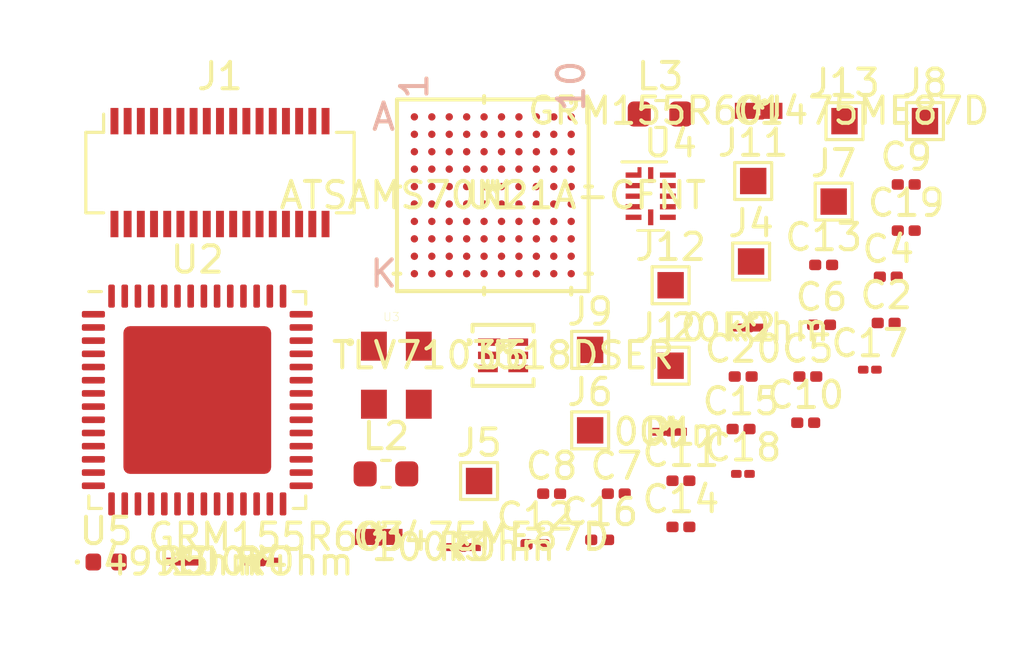
<source format=kicad_pcb>
(kicad_pcb (version 20171130) (host pcbnew "(5.1.2-1)-1")

  (general
    (thickness 1.6)
    (drawings 0)
    (tracks 0)
    (zones 0)
    (modules 44)
    (nets 134)
  )

  (page A4)
  (layers
    (0 F.Cu signal)
    (31 B.Cu signal)
    (32 B.Adhes user)
    (33 F.Adhes user)
    (34 B.Paste user)
    (35 F.Paste user)
    (36 B.SilkS user)
    (37 F.SilkS user)
    (38 B.Mask user)
    (39 F.Mask user)
    (40 Dwgs.User user hide)
    (41 Cmts.User user)
    (42 Eco1.User user)
    (43 Eco2.User user)
    (44 Edge.Cuts user)
    (45 Margin user)
    (46 B.CrtYd user hide)
    (47 F.CrtYd user hide)
    (48 B.Fab user)
    (49 F.Fab user hide)
  )

  (setup
    (last_trace_width 0.25)
    (trace_clearance 0.2)
    (zone_clearance 0.508)
    (zone_45_only no)
    (trace_min 0.2)
    (via_size 0.8)
    (via_drill 0.4)
    (via_min_size 0.4)
    (via_min_drill 0.3)
    (uvia_size 0.3)
    (uvia_drill 0.1)
    (uvias_allowed no)
    (uvia_min_size 0.2)
    (uvia_min_drill 0.1)
    (edge_width 0.1)
    (segment_width 0.2)
    (pcb_text_width 0.3)
    (pcb_text_size 1.5 1.5)
    (mod_edge_width 0.15)
    (mod_text_size 1 1)
    (mod_text_width 0.15)
    (pad_size 1.524 1.524)
    (pad_drill 0.762)
    (pad_to_mask_clearance 0)
    (aux_axis_origin 0 0)
    (visible_elements FFFFFF7F)
    (pcbplotparams
      (layerselection 0x010fc_ffffffff)
      (usegerberextensions false)
      (usegerberattributes false)
      (usegerberadvancedattributes false)
      (creategerberjobfile false)
      (excludeedgelayer true)
      (linewidth 0.100000)
      (plotframeref false)
      (viasonmask false)
      (mode 1)
      (useauxorigin false)
      (hpglpennumber 1)
      (hpglpenspeed 20)
      (hpglpendiameter 15.000000)
      (psnegative false)
      (psa4output false)
      (plotreference true)
      (plotvalue true)
      (plotinvisibletext false)
      (padsonsilk false)
      (subtractmaskfromsilk false)
      (outputformat 1)
      (mirror false)
      (drillshape 1)
      (scaleselection 1)
      (outputdirectory ""))
  )

  (net 0 "")
  (net 1 +1V8)
  (net 2 GND)
  (net 3 +3V3)
  (net 4 "Net-(C14-Pad1)")
  (net 5 /VDDMIC)
  (net 6 "Net-(C18-Pad1)")
  (net 7 "Net-(C19-Pad2)")
  (net 8 /VDDPLL)
  (net 9 /REF_ELEC)
  (net 10 /IN9)
  (net 11 /IN11)
  (net 12 /IN13)
  (net 13 /IN15)
  (net 14 /IN17)
  (net 15 /IN19)
  (net 16 /IN21)
  (net 17 /IN23)
  (net 18 /IN25)
  (net 19 /IN27)
  (net 20 /IN29)
  (net 21 /IN31)
  (net 22 /IN1)
  (net 23 /IN3)
  (net 24 /IN5)
  (net 25 /IN7)
  (net 26 /IN8)
  (net 27 /IN10)
  (net 28 /IN12)
  (net 29 /IN14)
  (net 30 /IN16)
  (net 31 /IN18)
  (net 32 /IN20)
  (net 33 /IN22)
  (net 34 /IN24)
  (net 35 /IN26)
  (net 36 /IN28)
  (net 37 /IN30)
  (net 38 /IN0)
  (net 39 /IN2)
  (net 40 /IN4)
  (net 41 /IN6)
  (net 42 /TF)
  (net 43 /TD)
  (net 44 /SDA_I2C)
  (net 45 /SCL_I2C)
  (net 46 /TK)
  (net 47 /LINEVALID)
  (net 48 /SWDIO)
  (net 49 /SWDCLK)
  (net 50 /RED_LED)
  (net 51 /XIN)
  (net 52 /XOUT)
  (net 53 "Net-(U1-PadA3)")
  (net 54 "Net-(U1-PadA4)")
  (net 55 "Net-(U1-PadA5)")
  (net 56 /SPI0_NPCS1)
  (net 57 "Net-(U1-PadA8)")
  (net 58 "Net-(U1-PadA10)")
  (net 59 "Net-(U1-PadB2)")
  (net 60 "Net-(U1-PadB4)")
  (net 61 "Net-(U1-PadB5)")
  (net 62 "Net-(U1-PadB6)")
  (net 63 "Net-(U1-PadB7)")
  (net 64 "Net-(U1-PadB8)")
  (net 65 "Net-(U1-PadB10)")
  (net 66 "Net-(U1-PadC1)")
  (net 67 "Net-(U1-PadC7)")
  (net 68 "Net-(U1-PadC10)")
  (net 69 "Net-(U1-PadD3)")
  (net 70 "Net-(U1-PadD5)")
  (net 71 "Net-(U1-PadD7)")
  (net 72 "Net-(U1-PadD8)")
  (net 73 "Net-(U1-PadD9)")
  (net 74 "Net-(U1-PadD10)")
  (net 75 "Net-(U1-PadE3)")
  (net 76 "Net-(U1-PadE8)")
  (net 77 /SPI0_NPCS2)
  (net 78 "Net-(U1-PadF1)")
  (net 79 "Net-(U1-PadF2)")
  (net 80 "Net-(U1-PadF7)")
  (net 81 "Net-(U1-PadF8)")
  (net 82 "Net-(U1-PadF9)")
  (net 83 "Net-(U1-PadF10)")
  (net 84 "Net-(U1-PadG1)")
  (net 85 "Net-(U1-PadG2)")
  (net 86 "Net-(U1-PadG3)")
  (net 87 "Net-(U1-PadG4)")
  (net 88 "Net-(U1-PadG5)")
  (net 89 "Net-(U1-PadG9)")
  (net 90 /NRESET)
  (net 91 /SPI1_NPCS0)
  (net 92 "Net-(U1-PadH2)")
  (net 93 /SPI0_NPCS3)
  (net 94 /SPI0_MOSI)
  (net 95 "Net-(U1-PadH6)")
  (net 96 "Net-(U1-PadH7)")
  (net 97 "Net-(U1-PadH8)")
  (net 98 "Net-(U1-PadH9)")
  (net 99 "Net-(U1-PadH10)")
  (net 100 "Net-(U1-PadJ1)")
  (net 101 "Net-(U1-PadJ2)")
  (net 102 "Net-(U1-PadJ3)")
  (net 103 /SPI0_SPCK)
  (net 104 "Net-(U1-PadJ5)")
  (net 105 "Net-(U1-PadJ6)")
  (net 106 "Net-(U1-PadJ7)")
  (net 107 "Net-(U1-PadJ8)")
  (net 108 "Net-(U1-PadJ9)")
  (net 109 "Net-(U1-PadJ10)")
  (net 110 "Net-(U1-PadK1)")
  (net 111 "Net-(U1-PadK2)")
  (net 112 /SPI0_MISO)
  (net 113 "Net-(U1-PadK4)")
  (net 114 "Net-(U1-PadK5)")
  (net 115 "Net-(U1-PadK6)")
  (net 116 "Net-(U1-PadK7)")
  (net 117 "Net-(U1-PadK8)")
  (net 118 "Net-(U1-PadK9)")
  (net 119 "Net-(U1-PadK10)")
  (net 120 "Net-(U2-Pad14)")
  (net 121 "Net-(U2-Pad15)")
  (net 122 "Net-(U2-Pad16)")
  (net 123 "Net-(U2-Pad18)")
  (net 124 /CS_RHD)
  (net 125 "Net-(U2-Pad20)")
  (net 126 /SCLK_RHD)
  (net 127 "Net-(U2-Pad22)")
  (net 128 /MOSI_RHD)
  (net 129 "Net-(U2-Pad24)")
  (net 130 /MISO_RHD)
  (net 131 "Net-(U2-Pad27)")
  (net 132 "Net-(U2-Pad33)")
  (net 133 /SPI0_NPCS0)

  (net_class Default "This is the default net class."
    (clearance 0.2)
    (trace_width 0.25)
    (via_dia 0.8)
    (via_drill 0.4)
    (uvia_dia 0.3)
    (uvia_drill 0.1)
    (add_net +1V8)
    (add_net +3V3)
    (add_net /CS_RHD)
    (add_net /IN0)
    (add_net /IN1)
    (add_net /IN10)
    (add_net /IN11)
    (add_net /IN12)
    (add_net /IN13)
    (add_net /IN14)
    (add_net /IN15)
    (add_net /IN16)
    (add_net /IN17)
    (add_net /IN18)
    (add_net /IN19)
    (add_net /IN2)
    (add_net /IN20)
    (add_net /IN21)
    (add_net /IN22)
    (add_net /IN23)
    (add_net /IN24)
    (add_net /IN25)
    (add_net /IN26)
    (add_net /IN27)
    (add_net /IN28)
    (add_net /IN29)
    (add_net /IN3)
    (add_net /IN30)
    (add_net /IN31)
    (add_net /IN4)
    (add_net /IN5)
    (add_net /IN6)
    (add_net /IN7)
    (add_net /IN8)
    (add_net /IN9)
    (add_net /LINEVALID)
    (add_net /MISO_RHD)
    (add_net /MOSI_RHD)
    (add_net /NRESET)
    (add_net /RED_LED)
    (add_net /REF_ELEC)
    (add_net /SCLK_RHD)
    (add_net /SCL_I2C)
    (add_net /SDA_I2C)
    (add_net /SPI0_MISO)
    (add_net /SPI0_MOSI)
    (add_net /SPI0_NPCS0)
    (add_net /SPI0_NPCS1)
    (add_net /SPI0_NPCS2)
    (add_net /SPI0_NPCS3)
    (add_net /SPI0_SPCK)
    (add_net /SPI1_NPCS0)
    (add_net /SWDCLK)
    (add_net /SWDIO)
    (add_net /TD)
    (add_net /TF)
    (add_net /TK)
    (add_net /VDDMIC)
    (add_net /VDDPLL)
    (add_net /XIN)
    (add_net /XOUT)
    (add_net GND)
    (add_net "Net-(C14-Pad1)")
    (add_net "Net-(C18-Pad1)")
    (add_net "Net-(C19-Pad2)")
    (add_net "Net-(U1-PadA10)")
    (add_net "Net-(U1-PadA3)")
    (add_net "Net-(U1-PadA4)")
    (add_net "Net-(U1-PadA5)")
    (add_net "Net-(U1-PadA8)")
    (add_net "Net-(U1-PadB10)")
    (add_net "Net-(U1-PadB2)")
    (add_net "Net-(U1-PadB4)")
    (add_net "Net-(U1-PadB5)")
    (add_net "Net-(U1-PadB6)")
    (add_net "Net-(U1-PadB7)")
    (add_net "Net-(U1-PadB8)")
    (add_net "Net-(U1-PadC1)")
    (add_net "Net-(U1-PadC10)")
    (add_net "Net-(U1-PadC7)")
    (add_net "Net-(U1-PadD10)")
    (add_net "Net-(U1-PadD3)")
    (add_net "Net-(U1-PadD5)")
    (add_net "Net-(U1-PadD7)")
    (add_net "Net-(U1-PadD8)")
    (add_net "Net-(U1-PadD9)")
    (add_net "Net-(U1-PadE3)")
    (add_net "Net-(U1-PadE8)")
    (add_net "Net-(U1-PadF1)")
    (add_net "Net-(U1-PadF10)")
    (add_net "Net-(U1-PadF2)")
    (add_net "Net-(U1-PadF7)")
    (add_net "Net-(U1-PadF8)")
    (add_net "Net-(U1-PadF9)")
    (add_net "Net-(U1-PadG1)")
    (add_net "Net-(U1-PadG2)")
    (add_net "Net-(U1-PadG3)")
    (add_net "Net-(U1-PadG4)")
    (add_net "Net-(U1-PadG5)")
    (add_net "Net-(U1-PadG9)")
    (add_net "Net-(U1-PadH10)")
    (add_net "Net-(U1-PadH2)")
    (add_net "Net-(U1-PadH6)")
    (add_net "Net-(U1-PadH7)")
    (add_net "Net-(U1-PadH8)")
    (add_net "Net-(U1-PadH9)")
    (add_net "Net-(U1-PadJ1)")
    (add_net "Net-(U1-PadJ10)")
    (add_net "Net-(U1-PadJ2)")
    (add_net "Net-(U1-PadJ3)")
    (add_net "Net-(U1-PadJ5)")
    (add_net "Net-(U1-PadJ6)")
    (add_net "Net-(U1-PadJ7)")
    (add_net "Net-(U1-PadJ8)")
    (add_net "Net-(U1-PadJ9)")
    (add_net "Net-(U1-PadK1)")
    (add_net "Net-(U1-PadK10)")
    (add_net "Net-(U1-PadK2)")
    (add_net "Net-(U1-PadK4)")
    (add_net "Net-(U1-PadK5)")
    (add_net "Net-(U1-PadK6)")
    (add_net "Net-(U1-PadK7)")
    (add_net "Net-(U1-PadK8)")
    (add_net "Net-(U1-PadK9)")
    (add_net "Net-(U2-Pad14)")
    (add_net "Net-(U2-Pad15)")
    (add_net "Net-(U2-Pad16)")
    (add_net "Net-(U2-Pad18)")
    (add_net "Net-(U2-Pad20)")
    (add_net "Net-(U2-Pad22)")
    (add_net "Net-(U2-Pad24)")
    (add_net "Net-(U2-Pad27)")
    (add_net "Net-(U2-Pad33)")
  )

  (module cap_GRM155R60J475ME47D:GRM155R60J475ME47D (layer F.Cu) (tedit 0) (tstamp 5EDEDA34)
    (at 170.447901 87.757001)
    (path /5F3CF1C8)
    (fp_text reference C1 (at 0 0) (layer F.SilkS)
      (effects (font (size 1 1) (thickness 0.15)))
    )
    (fp_text value GRM155R60J475ME87D (at 0 0) (layer F.SilkS)
      (effects (font (size 1 1) (thickness 0.15)))
    )
    (fp_text user "Copyright 2016 Accelerated Designs. All rights reserved." (at 0 0) (layer Cmts.User)
      (effects (font (size 0.127 0.127) (thickness 0.002)))
    )
    (fp_text user * (at 0 0) (layer F.SilkS)
      (effects (font (size 1 1) (thickness 0.15)))
    )
    (fp_text user * (at 0 0) (layer F.Fab)
      (effects (font (size 1 1) (thickness 0.15)))
    )
    (fp_text user 0.024in/0.61mm (at 3.5941 0) (layer Dwgs.User)
      (effects (font (size 1 1) (thickness 0.15)))
    )
    (fp_text user 0.071in/1.803mm (at 0 -3.3528) (layer Dwgs.User)
      (effects (font (size 1 1) (thickness 0.15)))
    )
    (fp_text user 0.015in/0.381mm (at 0 3.3528) (layer Dwgs.User)
      (effects (font (size 1 1) (thickness 0.15)))
    )
    (fp_line (start -0.1905 0.3048) (end -0.1905 -0.3048) (layer F.Fab) (width 0.1524))
    (fp_line (start -0.1905 -0.3048) (end -0.5461 -0.3048) (layer F.Fab) (width 0.1524))
    (fp_line (start -0.5461 -0.3048) (end -0.5461 0.3048) (layer F.Fab) (width 0.1524))
    (fp_line (start -0.5461 0.3048) (end -0.1905 0.3048) (layer F.Fab) (width 0.1524))
    (fp_line (start 0.1905 -0.3048) (end 0.1905 0.3048) (layer F.Fab) (width 0.1524))
    (fp_line (start 0.1905 0.3048) (end 0.5461 0.3048) (layer F.Fab) (width 0.1524))
    (fp_line (start 0.5461 0.3048) (end 0.5461 -0.3048) (layer F.Fab) (width 0.1524))
    (fp_line (start 0.5461 -0.3048) (end 0.1905 -0.3048) (layer F.Fab) (width 0.1524))
    (fp_line (start -0.5461 0.3048) (end 0.5461 0.3048) (layer F.Fab) (width 0.1524))
    (fp_line (start 0.5461 0.3048) (end 0.5461 -0.3048) (layer F.Fab) (width 0.1524))
    (fp_line (start 0.5461 -0.3048) (end -0.5461 -0.3048) (layer F.Fab) (width 0.1524))
    (fp_line (start -0.5461 -0.3048) (end -0.5461 0.3048) (layer F.Fab) (width 0.1524))
    (fp_line (start -0.1397 -0.254) (end 0.1397 -0.254) (layer F.Cu) (width 0.1524))
    (fp_line (start 0.1397 -0.254) (end 0.1397 0.254) (layer F.Cu) (width 0.1524))
    (fp_line (start 0.1397 0.254) (end -0.1397 0.254) (layer F.Cu) (width 0.1524))
    (fp_line (start -0.1397 0.254) (end -0.1397 -0.254) (layer F.Cu) (width 0.1524))
    (fp_line (start -1.1557 0.5588) (end -1.1557 -0.5588) (layer F.CrtYd) (width 0.1524))
    (fp_line (start -1.1557 -0.5588) (end 1.1557 -0.5588) (layer F.CrtYd) (width 0.1524))
    (fp_line (start 1.1557 -0.5588) (end 1.1557 0.5588) (layer F.CrtYd) (width 0.1524))
    (fp_line (start 1.1557 0.5588) (end -1.1557 0.5588) (layer F.CrtYd) (width 0.1524))
    (fp_circle (center -0.4191 0) (end -0.4191 0) (layer F.Fab) (width 0.1524))
    (pad 1 smd rect (at -0.5461 0) (size 0.7112 0.6096) (layers F.Cu F.Paste F.Mask)
      (net 1 +1V8))
    (pad 2 smd rect (at 0.5461 0) (size 0.7112 0.6096) (layers F.Cu F.Paste F.Mask)
      (net 2 GND))
  )

  (module Capacitor_SMD:C_0201_0603Metric (layer F.Cu) (tedit 5B301BBE) (tstamp 5EDEDA45)
    (at 175.281001 95.797001)
    (descr "Capacitor SMD 0201 (0603 Metric), square (rectangular) end terminal, IPC_7351 nominal, (Body size source: https://www.vishay.com/docs/20052/crcw0201e3.pdf), generated with kicad-footprint-generator")
    (tags capacitor)
    (path /5F2DD4D5)
    (attr smd)
    (fp_text reference C2 (at 0 -1.05) (layer F.SilkS)
      (effects (font (size 1 1) (thickness 0.15)))
    )
    (fp_text value GRM033R61A104ME15D (at 0 1.05) (layer F.Fab)
      (effects (font (size 1 1) (thickness 0.15)))
    )
    (fp_line (start -0.3 0.15) (end -0.3 -0.15) (layer F.Fab) (width 0.1))
    (fp_line (start -0.3 -0.15) (end 0.3 -0.15) (layer F.Fab) (width 0.1))
    (fp_line (start 0.3 -0.15) (end 0.3 0.15) (layer F.Fab) (width 0.1))
    (fp_line (start 0.3 0.15) (end -0.3 0.15) (layer F.Fab) (width 0.1))
    (fp_line (start -0.7 0.35) (end -0.7 -0.35) (layer F.CrtYd) (width 0.05))
    (fp_line (start -0.7 -0.35) (end 0.7 -0.35) (layer F.CrtYd) (width 0.05))
    (fp_line (start 0.7 -0.35) (end 0.7 0.35) (layer F.CrtYd) (width 0.05))
    (fp_line (start 0.7 0.35) (end -0.7 0.35) (layer F.CrtYd) (width 0.05))
    (fp_text user %R (at 0 -0.68) (layer F.Fab)
      (effects (font (size 0.25 0.25) (thickness 0.04)))
    )
    (pad "" smd roundrect (at -0.345 0) (size 0.318 0.36) (layers F.Paste) (roundrect_rratio 0.25))
    (pad "" smd roundrect (at 0.345 0) (size 0.318 0.36) (layers F.Paste) (roundrect_rratio 0.25))
    (pad 1 smd roundrect (at -0.32 0) (size 0.46 0.4) (layers F.Cu F.Mask) (roundrect_rratio 0.25)
      (net 1 +1V8))
    (pad 2 smd roundrect (at 0.32 0) (size 0.46 0.4) (layers F.Cu F.Mask) (roundrect_rratio 0.25)
      (net 2 GND))
    (model ${KISYS3DMOD}/Capacitor_SMD.3dshapes/C_0201_0603Metric.wrl
      (at (xyz 0 0 0))
      (scale (xyz 1 1 1))
      (rotate (xyz 0 0 0))
    )
  )

  (module cap_GRM155R60J475ME47D:GRM155R60J475ME47D (layer F.Cu) (tedit 0) (tstamp 5EDEDA66)
    (at 156.047901 103.907001)
    (path /5F2DFF98)
    (fp_text reference C3 (at 0 0) (layer F.SilkS)
      (effects (font (size 1 1) (thickness 0.15)))
    )
    (fp_text value GRM155R60J475ME87D (at 0 0) (layer F.SilkS)
      (effects (font (size 1 1) (thickness 0.15)))
    )
    (fp_circle (center -0.4191 0) (end -0.4191 0) (layer F.Fab) (width 0.1524))
    (fp_line (start 1.1557 0.5588) (end -1.1557 0.5588) (layer F.CrtYd) (width 0.1524))
    (fp_line (start 1.1557 -0.5588) (end 1.1557 0.5588) (layer F.CrtYd) (width 0.1524))
    (fp_line (start -1.1557 -0.5588) (end 1.1557 -0.5588) (layer F.CrtYd) (width 0.1524))
    (fp_line (start -1.1557 0.5588) (end -1.1557 -0.5588) (layer F.CrtYd) (width 0.1524))
    (fp_line (start -0.1397 0.254) (end -0.1397 -0.254) (layer F.Cu) (width 0.1524))
    (fp_line (start 0.1397 0.254) (end -0.1397 0.254) (layer F.Cu) (width 0.1524))
    (fp_line (start 0.1397 -0.254) (end 0.1397 0.254) (layer F.Cu) (width 0.1524))
    (fp_line (start -0.1397 -0.254) (end 0.1397 -0.254) (layer F.Cu) (width 0.1524))
    (fp_line (start -0.5461 -0.3048) (end -0.5461 0.3048) (layer F.Fab) (width 0.1524))
    (fp_line (start 0.5461 -0.3048) (end -0.5461 -0.3048) (layer F.Fab) (width 0.1524))
    (fp_line (start 0.5461 0.3048) (end 0.5461 -0.3048) (layer F.Fab) (width 0.1524))
    (fp_line (start -0.5461 0.3048) (end 0.5461 0.3048) (layer F.Fab) (width 0.1524))
    (fp_line (start 0.5461 -0.3048) (end 0.1905 -0.3048) (layer F.Fab) (width 0.1524))
    (fp_line (start 0.5461 0.3048) (end 0.5461 -0.3048) (layer F.Fab) (width 0.1524))
    (fp_line (start 0.1905 0.3048) (end 0.5461 0.3048) (layer F.Fab) (width 0.1524))
    (fp_line (start 0.1905 -0.3048) (end 0.1905 0.3048) (layer F.Fab) (width 0.1524))
    (fp_line (start -0.5461 0.3048) (end -0.1905 0.3048) (layer F.Fab) (width 0.1524))
    (fp_line (start -0.5461 -0.3048) (end -0.5461 0.3048) (layer F.Fab) (width 0.1524))
    (fp_line (start -0.1905 -0.3048) (end -0.5461 -0.3048) (layer F.Fab) (width 0.1524))
    (fp_line (start -0.1905 0.3048) (end -0.1905 -0.3048) (layer F.Fab) (width 0.1524))
    (fp_text user 0.015in/0.381mm (at 0 3.3528) (layer Dwgs.User)
      (effects (font (size 1 1) (thickness 0.15)))
    )
    (fp_text user 0.071in/1.803mm (at 0 -3.3528) (layer Dwgs.User)
      (effects (font (size 1 1) (thickness 0.15)))
    )
    (fp_text user 0.024in/0.61mm (at 3.5941 0) (layer Dwgs.User)
      (effects (font (size 1 1) (thickness 0.15)))
    )
    (fp_text user * (at 0 0) (layer F.Fab)
      (effects (font (size 1 1) (thickness 0.15)))
    )
    (fp_text user * (at 0 0) (layer F.SilkS)
      (effects (font (size 1 1) (thickness 0.15)))
    )
    (fp_text user "Copyright 2016 Accelerated Designs. All rights reserved." (at 0 0) (layer Cmts.User)
      (effects (font (size 0.127 0.127) (thickness 0.002)))
    )
    (pad 2 smd rect (at 0.5461 0) (size 0.7112 0.6096) (layers F.Cu F.Paste F.Mask)
      (net 2 GND))
    (pad 1 smd rect (at -0.5461 0) (size 0.7112 0.6096) (layers F.Cu F.Paste F.Mask)
      (net 1 +1V8))
  )

  (module Capacitor_SMD:C_0201_0603Metric (layer F.Cu) (tedit 5B301BBE) (tstamp 5EDEDA77)
    (at 175.361001 94.047001)
    (descr "Capacitor SMD 0201 (0603 Metric), square (rectangular) end terminal, IPC_7351 nominal, (Body size source: https://www.vishay.com/docs/20052/crcw0201e3.pdf), generated with kicad-footprint-generator")
    (tags capacitor)
    (path /5F2DBE58)
    (attr smd)
    (fp_text reference C4 (at 0 -1.05) (layer F.SilkS)
      (effects (font (size 1 1) (thickness 0.15)))
    )
    (fp_text value GRM033R61A104ME15D (at 0 1.05) (layer F.Fab)
      (effects (font (size 1 1) (thickness 0.15)))
    )
    (fp_text user %R (at 0 -0.68) (layer F.Fab)
      (effects (font (size 0.25 0.25) (thickness 0.04)))
    )
    (fp_line (start 0.7 0.35) (end -0.7 0.35) (layer F.CrtYd) (width 0.05))
    (fp_line (start 0.7 -0.35) (end 0.7 0.35) (layer F.CrtYd) (width 0.05))
    (fp_line (start -0.7 -0.35) (end 0.7 -0.35) (layer F.CrtYd) (width 0.05))
    (fp_line (start -0.7 0.35) (end -0.7 -0.35) (layer F.CrtYd) (width 0.05))
    (fp_line (start 0.3 0.15) (end -0.3 0.15) (layer F.Fab) (width 0.1))
    (fp_line (start 0.3 -0.15) (end 0.3 0.15) (layer F.Fab) (width 0.1))
    (fp_line (start -0.3 -0.15) (end 0.3 -0.15) (layer F.Fab) (width 0.1))
    (fp_line (start -0.3 0.15) (end -0.3 -0.15) (layer F.Fab) (width 0.1))
    (pad 2 smd roundrect (at 0.32 0) (size 0.46 0.4) (layers F.Cu F.Mask) (roundrect_rratio 0.25)
      (net 2 GND))
    (pad 1 smd roundrect (at -0.32 0) (size 0.46 0.4) (layers F.Cu F.Mask) (roundrect_rratio 0.25)
      (net 1 +1V8))
    (pad "" smd roundrect (at 0.345 0) (size 0.318 0.36) (layers F.Paste) (roundrect_rratio 0.25))
    (pad "" smd roundrect (at -0.345 0) (size 0.318 0.36) (layers F.Paste) (roundrect_rratio 0.25))
    (model ${KISYS3DMOD}/Capacitor_SMD.3dshapes/C_0201_0603Metric.wrl
      (at (xyz 0 0 0))
      (scale (xyz 1 1 1))
      (rotate (xyz 0 0 0))
    )
  )

  (module Capacitor_SMD:C_0201_0603Metric (layer F.Cu) (tedit 5B301BBE) (tstamp 5EDEDA88)
    (at 172.311001 97.827001)
    (descr "Capacitor SMD 0201 (0603 Metric), square (rectangular) end terminal, IPC_7351 nominal, (Body size source: https://www.vishay.com/docs/20052/crcw0201e3.pdf), generated with kicad-footprint-generator")
    (tags capacitor)
    (path /5F2DC5C5)
    (attr smd)
    (fp_text reference C5 (at 0 -1.05) (layer F.SilkS)
      (effects (font (size 1 1) (thickness 0.15)))
    )
    (fp_text value GRM033R61A104ME15D (at 0 1.05) (layer F.Fab)
      (effects (font (size 1 1) (thickness 0.15)))
    )
    (fp_line (start -0.3 0.15) (end -0.3 -0.15) (layer F.Fab) (width 0.1))
    (fp_line (start -0.3 -0.15) (end 0.3 -0.15) (layer F.Fab) (width 0.1))
    (fp_line (start 0.3 -0.15) (end 0.3 0.15) (layer F.Fab) (width 0.1))
    (fp_line (start 0.3 0.15) (end -0.3 0.15) (layer F.Fab) (width 0.1))
    (fp_line (start -0.7 0.35) (end -0.7 -0.35) (layer F.CrtYd) (width 0.05))
    (fp_line (start -0.7 -0.35) (end 0.7 -0.35) (layer F.CrtYd) (width 0.05))
    (fp_line (start 0.7 -0.35) (end 0.7 0.35) (layer F.CrtYd) (width 0.05))
    (fp_line (start 0.7 0.35) (end -0.7 0.35) (layer F.CrtYd) (width 0.05))
    (fp_text user %R (at 0 -0.68) (layer F.Fab)
      (effects (font (size 0.25 0.25) (thickness 0.04)))
    )
    (pad "" smd roundrect (at -0.345 0) (size 0.318 0.36) (layers F.Paste) (roundrect_rratio 0.25))
    (pad "" smd roundrect (at 0.345 0) (size 0.318 0.36) (layers F.Paste) (roundrect_rratio 0.25))
    (pad 1 smd roundrect (at -0.32 0) (size 0.46 0.4) (layers F.Cu F.Mask) (roundrect_rratio 0.25)
      (net 1 +1V8))
    (pad 2 smd roundrect (at 0.32 0) (size 0.46 0.4) (layers F.Cu F.Mask) (roundrect_rratio 0.25)
      (net 2 GND))
    (model ${KISYS3DMOD}/Capacitor_SMD.3dshapes/C_0201_0603Metric.wrl
      (at (xyz 0 0 0))
      (scale (xyz 1 1 1))
      (rotate (xyz 0 0 0))
    )
  )

  (module Capacitor_SMD:C_0201_0603Metric (layer F.Cu) (tedit 5B301BBE) (tstamp 5EDEDA99)
    (at 172.831001 95.867001)
    (descr "Capacitor SMD 0201 (0603 Metric), square (rectangular) end terminal, IPC_7351 nominal, (Body size source: https://www.vishay.com/docs/20052/crcw0201e3.pdf), generated with kicad-footprint-generator")
    (tags capacitor)
    (path /5F2DDC78)
    (attr smd)
    (fp_text reference C6 (at 0 -1.05) (layer F.SilkS)
      (effects (font (size 1 1) (thickness 0.15)))
    )
    (fp_text value GRM033R61A104ME15D (at 0 1.05) (layer F.Fab)
      (effects (font (size 1 1) (thickness 0.15)))
    )
    (fp_text user %R (at 0 -0.68) (layer F.Fab)
      (effects (font (size 0.25 0.25) (thickness 0.04)))
    )
    (fp_line (start 0.7 0.35) (end -0.7 0.35) (layer F.CrtYd) (width 0.05))
    (fp_line (start 0.7 -0.35) (end 0.7 0.35) (layer F.CrtYd) (width 0.05))
    (fp_line (start -0.7 -0.35) (end 0.7 -0.35) (layer F.CrtYd) (width 0.05))
    (fp_line (start -0.7 0.35) (end -0.7 -0.35) (layer F.CrtYd) (width 0.05))
    (fp_line (start 0.3 0.15) (end -0.3 0.15) (layer F.Fab) (width 0.1))
    (fp_line (start 0.3 -0.15) (end 0.3 0.15) (layer F.Fab) (width 0.1))
    (fp_line (start -0.3 -0.15) (end 0.3 -0.15) (layer F.Fab) (width 0.1))
    (fp_line (start -0.3 0.15) (end -0.3 -0.15) (layer F.Fab) (width 0.1))
    (pad 2 smd roundrect (at 0.32 0) (size 0.46 0.4) (layers F.Cu F.Mask) (roundrect_rratio 0.25)
      (net 2 GND))
    (pad 1 smd roundrect (at -0.32 0) (size 0.46 0.4) (layers F.Cu F.Mask) (roundrect_rratio 0.25)
      (net 1 +1V8))
    (pad "" smd roundrect (at 0.345 0) (size 0.318 0.36) (layers F.Paste) (roundrect_rratio 0.25))
    (pad "" smd roundrect (at -0.345 0) (size 0.318 0.36) (layers F.Paste) (roundrect_rratio 0.25))
    (model ${KISYS3DMOD}/Capacitor_SMD.3dshapes/C_0201_0603Metric.wrl
      (at (xyz 0 0 0))
      (scale (xyz 1 1 1))
      (rotate (xyz 0 0 0))
    )
  )

  (module Capacitor_SMD:C_0201_0603Metric (layer F.Cu) (tedit 5B301BBE) (tstamp 5EDEDAAA)
    (at 165.051001 102.267001)
    (descr "Capacitor SMD 0201 (0603 Metric), square (rectangular) end terminal, IPC_7351 nominal, (Body size source: https://www.vishay.com/docs/20052/crcw0201e3.pdf), generated with kicad-footprint-generator")
    (tags capacitor)
    (path /5F2DB6FD)
    (attr smd)
    (fp_text reference C7 (at 0 -1.05) (layer F.SilkS)
      (effects (font (size 1 1) (thickness 0.15)))
    )
    (fp_text value GRM033R61A104ME15D (at 0 1.05) (layer F.Fab)
      (effects (font (size 1 1) (thickness 0.15)))
    )
    (fp_line (start -0.3 0.15) (end -0.3 -0.15) (layer F.Fab) (width 0.1))
    (fp_line (start -0.3 -0.15) (end 0.3 -0.15) (layer F.Fab) (width 0.1))
    (fp_line (start 0.3 -0.15) (end 0.3 0.15) (layer F.Fab) (width 0.1))
    (fp_line (start 0.3 0.15) (end -0.3 0.15) (layer F.Fab) (width 0.1))
    (fp_line (start -0.7 0.35) (end -0.7 -0.35) (layer F.CrtYd) (width 0.05))
    (fp_line (start -0.7 -0.35) (end 0.7 -0.35) (layer F.CrtYd) (width 0.05))
    (fp_line (start 0.7 -0.35) (end 0.7 0.35) (layer F.CrtYd) (width 0.05))
    (fp_line (start 0.7 0.35) (end -0.7 0.35) (layer F.CrtYd) (width 0.05))
    (fp_text user %R (at 0 -0.68) (layer F.Fab)
      (effects (font (size 0.25 0.25) (thickness 0.04)))
    )
    (pad "" smd roundrect (at -0.345 0) (size 0.318 0.36) (layers F.Paste) (roundrect_rratio 0.25))
    (pad "" smd roundrect (at 0.345 0) (size 0.318 0.36) (layers F.Paste) (roundrect_rratio 0.25))
    (pad 1 smd roundrect (at -0.32 0) (size 0.46 0.4) (layers F.Cu F.Mask) (roundrect_rratio 0.25)
      (net 1 +1V8))
    (pad 2 smd roundrect (at 0.32 0) (size 0.46 0.4) (layers F.Cu F.Mask) (roundrect_rratio 0.25)
      (net 2 GND))
    (model ${KISYS3DMOD}/Capacitor_SMD.3dshapes/C_0201_0603Metric.wrl
      (at (xyz 0 0 0))
      (scale (xyz 1 1 1))
      (rotate (xyz 0 0 0))
    )
  )

  (module Capacitor_SMD:C_0201_0603Metric (layer F.Cu) (tedit 5B301BBE) (tstamp 5EDEDABB)
    (at 162.601001 102.267001)
    (descr "Capacitor SMD 0201 (0603 Metric), square (rectangular) end terminal, IPC_7351 nominal, (Body size source: https://www.vishay.com/docs/20052/crcw0201e3.pdf), generated with kicad-footprint-generator")
    (tags capacitor)
    (path /5F31BE2F)
    (attr smd)
    (fp_text reference C8 (at 0 -1.05) (layer F.SilkS)
      (effects (font (size 1 1) (thickness 0.15)))
    )
    (fp_text value GRM033R60J105MEA2D (at 0 1.05) (layer F.Fab)
      (effects (font (size 1 1) (thickness 0.15)))
    )
    (fp_line (start -0.3 0.15) (end -0.3 -0.15) (layer F.Fab) (width 0.1))
    (fp_line (start -0.3 -0.15) (end 0.3 -0.15) (layer F.Fab) (width 0.1))
    (fp_line (start 0.3 -0.15) (end 0.3 0.15) (layer F.Fab) (width 0.1))
    (fp_line (start 0.3 0.15) (end -0.3 0.15) (layer F.Fab) (width 0.1))
    (fp_line (start -0.7 0.35) (end -0.7 -0.35) (layer F.CrtYd) (width 0.05))
    (fp_line (start -0.7 -0.35) (end 0.7 -0.35) (layer F.CrtYd) (width 0.05))
    (fp_line (start 0.7 -0.35) (end 0.7 0.35) (layer F.CrtYd) (width 0.05))
    (fp_line (start 0.7 0.35) (end -0.7 0.35) (layer F.CrtYd) (width 0.05))
    (fp_text user %R (at 0 -0.68) (layer F.Fab)
      (effects (font (size 0.25 0.25) (thickness 0.04)))
    )
    (pad "" smd roundrect (at -0.345 0) (size 0.318 0.36) (layers F.Paste) (roundrect_rratio 0.25))
    (pad "" smd roundrect (at 0.345 0) (size 0.318 0.36) (layers F.Paste) (roundrect_rratio 0.25))
    (pad 1 smd roundrect (at -0.32 0) (size 0.46 0.4) (layers F.Cu F.Mask) (roundrect_rratio 0.25)
      (net 1 +1V8))
    (pad 2 smd roundrect (at 0.32 0) (size 0.46 0.4) (layers F.Cu F.Mask) (roundrect_rratio 0.25)
      (net 2 GND))
    (model ${KISYS3DMOD}/Capacitor_SMD.3dshapes/C_0201_0603Metric.wrl
      (at (xyz 0 0 0))
      (scale (xyz 1 1 1))
      (rotate (xyz 0 0 0))
    )
  )

  (module Capacitor_SMD:C_0201_0603Metric (layer F.Cu) (tedit 5B301BBE) (tstamp 5EDEDACC)
    (at 176.041001 90.547001)
    (descr "Capacitor SMD 0201 (0603 Metric), square (rectangular) end terminal, IPC_7351 nominal, (Body size source: https://www.vishay.com/docs/20052/crcw0201e3.pdf), generated with kicad-footprint-generator")
    (tags capacitor)
    (path /5F2DCD44)
    (attr smd)
    (fp_text reference C9 (at 0 -1.05) (layer F.SilkS)
      (effects (font (size 1 1) (thickness 0.15)))
    )
    (fp_text value GRM033R61A104ME15D (at 0 1.05) (layer F.Fab)
      (effects (font (size 1 1) (thickness 0.15)))
    )
    (fp_text user %R (at 0 -0.68) (layer F.Fab)
      (effects (font (size 0.25 0.25) (thickness 0.04)))
    )
    (fp_line (start 0.7 0.35) (end -0.7 0.35) (layer F.CrtYd) (width 0.05))
    (fp_line (start 0.7 -0.35) (end 0.7 0.35) (layer F.CrtYd) (width 0.05))
    (fp_line (start -0.7 -0.35) (end 0.7 -0.35) (layer F.CrtYd) (width 0.05))
    (fp_line (start -0.7 0.35) (end -0.7 -0.35) (layer F.CrtYd) (width 0.05))
    (fp_line (start 0.3 0.15) (end -0.3 0.15) (layer F.Fab) (width 0.1))
    (fp_line (start 0.3 -0.15) (end 0.3 0.15) (layer F.Fab) (width 0.1))
    (fp_line (start -0.3 -0.15) (end 0.3 -0.15) (layer F.Fab) (width 0.1))
    (fp_line (start -0.3 0.15) (end -0.3 -0.15) (layer F.Fab) (width 0.1))
    (pad 2 smd roundrect (at 0.32 0) (size 0.46 0.4) (layers F.Cu F.Mask) (roundrect_rratio 0.25)
      (net 2 GND))
    (pad 1 smd roundrect (at -0.32 0) (size 0.46 0.4) (layers F.Cu F.Mask) (roundrect_rratio 0.25)
      (net 1 +1V8))
    (pad "" smd roundrect (at 0.345 0) (size 0.318 0.36) (layers F.Paste) (roundrect_rratio 0.25))
    (pad "" smd roundrect (at -0.345 0) (size 0.318 0.36) (layers F.Paste) (roundrect_rratio 0.25))
    (model ${KISYS3DMOD}/Capacitor_SMD.3dshapes/C_0201_0603Metric.wrl
      (at (xyz 0 0 0))
      (scale (xyz 1 1 1))
      (rotate (xyz 0 0 0))
    )
  )

  (module Capacitor_SMD:C_0201_0603Metric (layer F.Cu) (tedit 5B301BBE) (tstamp 5EDEDADD)
    (at 172.231001 99.577001)
    (descr "Capacitor SMD 0201 (0603 Metric), square (rectangular) end terminal, IPC_7351 nominal, (Body size source: https://www.vishay.com/docs/20052/crcw0201e3.pdf), generated with kicad-footprint-generator")
    (tags capacitor)
    (path /5F293887)
    (attr smd)
    (fp_text reference C10 (at 0 -1.05) (layer F.SilkS)
      (effects (font (size 1 1) (thickness 0.15)))
    )
    (fp_text value GRM033R61A104ME15D (at 0 1.05) (layer F.Fab)
      (effects (font (size 1 1) (thickness 0.15)))
    )
    (fp_text user %R (at 0 -0.68) (layer F.Fab)
      (effects (font (size 0.25 0.25) (thickness 0.04)))
    )
    (fp_line (start 0.7 0.35) (end -0.7 0.35) (layer F.CrtYd) (width 0.05))
    (fp_line (start 0.7 -0.35) (end 0.7 0.35) (layer F.CrtYd) (width 0.05))
    (fp_line (start -0.7 -0.35) (end 0.7 -0.35) (layer F.CrtYd) (width 0.05))
    (fp_line (start -0.7 0.35) (end -0.7 -0.35) (layer F.CrtYd) (width 0.05))
    (fp_line (start 0.3 0.15) (end -0.3 0.15) (layer F.Fab) (width 0.1))
    (fp_line (start 0.3 -0.15) (end 0.3 0.15) (layer F.Fab) (width 0.1))
    (fp_line (start -0.3 -0.15) (end 0.3 -0.15) (layer F.Fab) (width 0.1))
    (fp_line (start -0.3 0.15) (end -0.3 -0.15) (layer F.Fab) (width 0.1))
    (pad 2 smd roundrect (at 0.32 0) (size 0.46 0.4) (layers F.Cu F.Mask) (roundrect_rratio 0.25)
      (net 2 GND))
    (pad 1 smd roundrect (at -0.32 0) (size 0.46 0.4) (layers F.Cu F.Mask) (roundrect_rratio 0.25)
      (net 1 +1V8))
    (pad "" smd roundrect (at 0.345 0) (size 0.318 0.36) (layers F.Paste) (roundrect_rratio 0.25))
    (pad "" smd roundrect (at -0.345 0) (size 0.318 0.36) (layers F.Paste) (roundrect_rratio 0.25))
    (model ${KISYS3DMOD}/Capacitor_SMD.3dshapes/C_0201_0603Metric.wrl
      (at (xyz 0 0 0))
      (scale (xyz 1 1 1))
      (rotate (xyz 0 0 0))
    )
  )

  (module Capacitor_SMD:C_0201_0603Metric (layer F.Cu) (tedit 5B301BBE) (tstamp 5EDEDAEE)
    (at 167.501001 101.777001)
    (descr "Capacitor SMD 0201 (0603 Metric), square (rectangular) end terminal, IPC_7351 nominal, (Body size source: https://www.vishay.com/docs/20052/crcw0201e3.pdf), generated with kicad-footprint-generator")
    (tags capacitor)
    (path /5EE401EA)
    (attr smd)
    (fp_text reference C11 (at 0 -1.05) (layer F.SilkS)
      (effects (font (size 1 1) (thickness 0.15)))
    )
    (fp_text value GRM033R60J105MEA2D (at 0 1.05) (layer F.Fab)
      (effects (font (size 1 1) (thickness 0.15)))
    )
    (fp_text user %R (at 0 -0.68) (layer F.Fab)
      (effects (font (size 0.25 0.25) (thickness 0.04)))
    )
    (fp_line (start 0.7 0.35) (end -0.7 0.35) (layer F.CrtYd) (width 0.05))
    (fp_line (start 0.7 -0.35) (end 0.7 0.35) (layer F.CrtYd) (width 0.05))
    (fp_line (start -0.7 -0.35) (end 0.7 -0.35) (layer F.CrtYd) (width 0.05))
    (fp_line (start -0.7 0.35) (end -0.7 -0.35) (layer F.CrtYd) (width 0.05))
    (fp_line (start 0.3 0.15) (end -0.3 0.15) (layer F.Fab) (width 0.1))
    (fp_line (start 0.3 -0.15) (end 0.3 0.15) (layer F.Fab) (width 0.1))
    (fp_line (start -0.3 -0.15) (end 0.3 -0.15) (layer F.Fab) (width 0.1))
    (fp_line (start -0.3 0.15) (end -0.3 -0.15) (layer F.Fab) (width 0.1))
    (pad 2 smd roundrect (at 0.32 0) (size 0.46 0.4) (layers F.Cu F.Mask) (roundrect_rratio 0.25)
      (net 2 GND))
    (pad 1 smd roundrect (at -0.32 0) (size 0.46 0.4) (layers F.Cu F.Mask) (roundrect_rratio 0.25)
      (net 3 +3V3))
    (pad "" smd roundrect (at 0.345 0) (size 0.318 0.36) (layers F.Paste) (roundrect_rratio 0.25))
    (pad "" smd roundrect (at -0.345 0) (size 0.318 0.36) (layers F.Paste) (roundrect_rratio 0.25))
    (model ${KISYS3DMOD}/Capacitor_SMD.3dshapes/C_0201_0603Metric.wrl
      (at (xyz 0 0 0))
      (scale (xyz 1 1 1))
      (rotate (xyz 0 0 0))
    )
  )

  (module Capacitor_SMD:C_0201_0603Metric (layer F.Cu) (tedit 5B301BBE) (tstamp 5EDEDAFF)
    (at 161.971001 104.187001)
    (descr "Capacitor SMD 0201 (0603 Metric), square (rectangular) end terminal, IPC_7351 nominal, (Body size source: https://www.vishay.com/docs/20052/crcw0201e3.pdf), generated with kicad-footprint-generator")
    (tags capacitor)
    (path /5F2928C0)
    (attr smd)
    (fp_text reference C12 (at 0 -1.05) (layer F.SilkS)
      (effects (font (size 1 1) (thickness 0.15)))
    )
    (fp_text value GRM033R61A104ME15D (at 0 1.05) (layer F.Fab)
      (effects (font (size 1 1) (thickness 0.15)))
    )
    (fp_line (start -0.3 0.15) (end -0.3 -0.15) (layer F.Fab) (width 0.1))
    (fp_line (start -0.3 -0.15) (end 0.3 -0.15) (layer F.Fab) (width 0.1))
    (fp_line (start 0.3 -0.15) (end 0.3 0.15) (layer F.Fab) (width 0.1))
    (fp_line (start 0.3 0.15) (end -0.3 0.15) (layer F.Fab) (width 0.1))
    (fp_line (start -0.7 0.35) (end -0.7 -0.35) (layer F.CrtYd) (width 0.05))
    (fp_line (start -0.7 -0.35) (end 0.7 -0.35) (layer F.CrtYd) (width 0.05))
    (fp_line (start 0.7 -0.35) (end 0.7 0.35) (layer F.CrtYd) (width 0.05))
    (fp_line (start 0.7 0.35) (end -0.7 0.35) (layer F.CrtYd) (width 0.05))
    (fp_text user %R (at 0 -0.68) (layer F.Fab)
      (effects (font (size 0.25 0.25) (thickness 0.04)))
    )
    (pad "" smd roundrect (at -0.345 0) (size 0.318 0.36) (layers F.Paste) (roundrect_rratio 0.25))
    (pad "" smd roundrect (at 0.345 0) (size 0.318 0.36) (layers F.Paste) (roundrect_rratio 0.25))
    (pad 1 smd roundrect (at -0.32 0) (size 0.46 0.4) (layers F.Cu F.Mask) (roundrect_rratio 0.25)
      (net 1 +1V8))
    (pad 2 smd roundrect (at 0.32 0) (size 0.46 0.4) (layers F.Cu F.Mask) (roundrect_rratio 0.25)
      (net 2 GND))
    (model ${KISYS3DMOD}/Capacitor_SMD.3dshapes/C_0201_0603Metric.wrl
      (at (xyz 0 0 0))
      (scale (xyz 1 1 1))
      (rotate (xyz 0 0 0))
    )
  )

  (module Capacitor_SMD:C_0201_0603Metric (layer F.Cu) (tedit 5B301BBE) (tstamp 5EDEDB10)
    (at 172.911001 93.597001)
    (descr "Capacitor SMD 0201 (0603 Metric), square (rectangular) end terminal, IPC_7351 nominal, (Body size source: https://www.vishay.com/docs/20052/crcw0201e3.pdf), generated with kicad-footprint-generator")
    (tags capacitor)
    (path /5EE51064)
    (attr smd)
    (fp_text reference C13 (at 0 -1.05) (layer F.SilkS)
      (effects (font (size 1 1) (thickness 0.15)))
    )
    (fp_text value GRM033R60J105MEA2D (at 0 1.05) (layer F.Fab)
      (effects (font (size 1 1) (thickness 0.15)))
    )
    (fp_line (start -0.3 0.15) (end -0.3 -0.15) (layer F.Fab) (width 0.1))
    (fp_line (start -0.3 -0.15) (end 0.3 -0.15) (layer F.Fab) (width 0.1))
    (fp_line (start 0.3 -0.15) (end 0.3 0.15) (layer F.Fab) (width 0.1))
    (fp_line (start 0.3 0.15) (end -0.3 0.15) (layer F.Fab) (width 0.1))
    (fp_line (start -0.7 0.35) (end -0.7 -0.35) (layer F.CrtYd) (width 0.05))
    (fp_line (start -0.7 -0.35) (end 0.7 -0.35) (layer F.CrtYd) (width 0.05))
    (fp_line (start 0.7 -0.35) (end 0.7 0.35) (layer F.CrtYd) (width 0.05))
    (fp_line (start 0.7 0.35) (end -0.7 0.35) (layer F.CrtYd) (width 0.05))
    (fp_text user %R (at 0 -0.68) (layer F.Fab)
      (effects (font (size 0.25 0.25) (thickness 0.04)))
    )
    (pad "" smd roundrect (at -0.345 0) (size 0.318 0.36) (layers F.Paste) (roundrect_rratio 0.25))
    (pad "" smd roundrect (at 0.345 0) (size 0.318 0.36) (layers F.Paste) (roundrect_rratio 0.25))
    (pad 1 smd roundrect (at -0.32 0) (size 0.46 0.4) (layers F.Cu F.Mask) (roundrect_rratio 0.25)
      (net 1 +1V8))
    (pad 2 smd roundrect (at 0.32 0) (size 0.46 0.4) (layers F.Cu F.Mask) (roundrect_rratio 0.25)
      (net 2 GND))
    (model ${KISYS3DMOD}/Capacitor_SMD.3dshapes/C_0201_0603Metric.wrl
      (at (xyz 0 0 0))
      (scale (xyz 1 1 1))
      (rotate (xyz 0 0 0))
    )
  )

  (module Capacitor_SMD:C_0201_0603Metric (layer F.Cu) (tedit 5B301BBE) (tstamp 5EDEDB21)
    (at 167.501001 103.527001)
    (descr "Capacitor SMD 0201 (0603 Metric), square (rectangular) end terminal, IPC_7351 nominal, (Body size source: https://www.vishay.com/docs/20052/crcw0201e3.pdf), generated with kicad-footprint-generator")
    (tags capacitor)
    (path /5EC8B323)
    (attr smd)
    (fp_text reference C14 (at 0 -1.05) (layer F.SilkS)
      (effects (font (size 1 1) (thickness 0.15)))
    )
    (fp_text value GRM033R71A103KA01D (at 0 1.05) (layer F.Fab)
      (effects (font (size 1 1) (thickness 0.15)))
    )
    (fp_text user %R (at 0 -0.68) (layer F.Fab)
      (effects (font (size 0.25 0.25) (thickness 0.04)))
    )
    (fp_line (start 0.7 0.35) (end -0.7 0.35) (layer F.CrtYd) (width 0.05))
    (fp_line (start 0.7 -0.35) (end 0.7 0.35) (layer F.CrtYd) (width 0.05))
    (fp_line (start -0.7 -0.35) (end 0.7 -0.35) (layer F.CrtYd) (width 0.05))
    (fp_line (start -0.7 0.35) (end -0.7 -0.35) (layer F.CrtYd) (width 0.05))
    (fp_line (start 0.3 0.15) (end -0.3 0.15) (layer F.Fab) (width 0.1))
    (fp_line (start 0.3 -0.15) (end 0.3 0.15) (layer F.Fab) (width 0.1))
    (fp_line (start -0.3 -0.15) (end 0.3 -0.15) (layer F.Fab) (width 0.1))
    (fp_line (start -0.3 0.15) (end -0.3 -0.15) (layer F.Fab) (width 0.1))
    (pad 2 smd roundrect (at 0.32 0) (size 0.46 0.4) (layers F.Cu F.Mask) (roundrect_rratio 0.25)
      (net 2 GND))
    (pad 1 smd roundrect (at -0.32 0) (size 0.46 0.4) (layers F.Cu F.Mask) (roundrect_rratio 0.25)
      (net 4 "Net-(C14-Pad1)"))
    (pad "" smd roundrect (at 0.345 0) (size 0.318 0.36) (layers F.Paste) (roundrect_rratio 0.25))
    (pad "" smd roundrect (at -0.345 0) (size 0.318 0.36) (layers F.Paste) (roundrect_rratio 0.25))
    (model ${KISYS3DMOD}/Capacitor_SMD.3dshapes/C_0201_0603Metric.wrl
      (at (xyz 0 0 0))
      (scale (xyz 1 1 1))
      (rotate (xyz 0 0 0))
    )
  )

  (module Capacitor_SMD:C_0201_0603Metric (layer F.Cu) (tedit 5B301BBE) (tstamp 5EDEDB32)
    (at 169.781001 99.817001)
    (descr "Capacitor SMD 0201 (0603 Metric), square (rectangular) end terminal, IPC_7351 nominal, (Body size source: https://www.vishay.com/docs/20052/crcw0201e3.pdf), generated with kicad-footprint-generator")
    (tags capacitor)
    (path /5EC958F1)
    (attr smd)
    (fp_text reference C15 (at 0 -1.05) (layer F.SilkS)
      (effects (font (size 1 1) (thickness 0.15)))
    )
    (fp_text value GRM033R71A103KA01D (at 0 1.05) (layer F.Fab)
      (effects (font (size 1 1) (thickness 0.15)))
    )
    (fp_line (start -0.3 0.15) (end -0.3 -0.15) (layer F.Fab) (width 0.1))
    (fp_line (start -0.3 -0.15) (end 0.3 -0.15) (layer F.Fab) (width 0.1))
    (fp_line (start 0.3 -0.15) (end 0.3 0.15) (layer F.Fab) (width 0.1))
    (fp_line (start 0.3 0.15) (end -0.3 0.15) (layer F.Fab) (width 0.1))
    (fp_line (start -0.7 0.35) (end -0.7 -0.35) (layer F.CrtYd) (width 0.05))
    (fp_line (start -0.7 -0.35) (end 0.7 -0.35) (layer F.CrtYd) (width 0.05))
    (fp_line (start 0.7 -0.35) (end 0.7 0.35) (layer F.CrtYd) (width 0.05))
    (fp_line (start 0.7 0.35) (end -0.7 0.35) (layer F.CrtYd) (width 0.05))
    (fp_text user %R (at 0 -0.68) (layer F.Fab)
      (effects (font (size 0.25 0.25) (thickness 0.04)))
    )
    (pad "" smd roundrect (at -0.345 0) (size 0.318 0.36) (layers F.Paste) (roundrect_rratio 0.25))
    (pad "" smd roundrect (at 0.345 0) (size 0.318 0.36) (layers F.Paste) (roundrect_rratio 0.25))
    (pad 1 smd roundrect (at -0.32 0) (size 0.46 0.4) (layers F.Cu F.Mask) (roundrect_rratio 0.25)
      (net 3 +3V3))
    (pad 2 smd roundrect (at 0.32 0) (size 0.46 0.4) (layers F.Cu F.Mask) (roundrect_rratio 0.25)
      (net 2 GND))
    (model ${KISYS3DMOD}/Capacitor_SMD.3dshapes/C_0201_0603Metric.wrl
      (at (xyz 0 0 0))
      (scale (xyz 1 1 1))
      (rotate (xyz 0 0 0))
    )
  )

  (module Capacitor_SMD:C_0201_0603Metric (layer F.Cu) (tedit 5B301BBE) (tstamp 5EDEDB43)
    (at 164.421001 104.017001)
    (descr "Capacitor SMD 0201 (0603 Metric), square (rectangular) end terminal, IPC_7351 nominal, (Body size source: https://www.vishay.com/docs/20052/crcw0201e3.pdf), generated with kicad-footprint-generator")
    (tags capacitor)
    (path /5F291E1F)
    (attr smd)
    (fp_text reference C16 (at 0 -1.05) (layer F.SilkS)
      (effects (font (size 1 1) (thickness 0.15)))
    )
    (fp_text value GRM033R61A104ME15D (at 0 1.05) (layer F.Fab)
      (effects (font (size 1 1) (thickness 0.15)))
    )
    (fp_text user %R (at 0 -0.68) (layer F.Fab)
      (effects (font (size 0.25 0.25) (thickness 0.04)))
    )
    (fp_line (start 0.7 0.35) (end -0.7 0.35) (layer F.CrtYd) (width 0.05))
    (fp_line (start 0.7 -0.35) (end 0.7 0.35) (layer F.CrtYd) (width 0.05))
    (fp_line (start -0.7 -0.35) (end 0.7 -0.35) (layer F.CrtYd) (width 0.05))
    (fp_line (start -0.7 0.35) (end -0.7 -0.35) (layer F.CrtYd) (width 0.05))
    (fp_line (start 0.3 0.15) (end -0.3 0.15) (layer F.Fab) (width 0.1))
    (fp_line (start 0.3 -0.15) (end 0.3 0.15) (layer F.Fab) (width 0.1))
    (fp_line (start -0.3 -0.15) (end 0.3 -0.15) (layer F.Fab) (width 0.1))
    (fp_line (start -0.3 0.15) (end -0.3 -0.15) (layer F.Fab) (width 0.1))
    (pad 2 smd roundrect (at 0.32 0) (size 0.46 0.4) (layers F.Cu F.Mask) (roundrect_rratio 0.25)
      (net 2 GND))
    (pad 1 smd roundrect (at -0.32 0) (size 0.46 0.4) (layers F.Cu F.Mask) (roundrect_rratio 0.25)
      (net 5 /VDDMIC))
    (pad "" smd roundrect (at 0.345 0) (size 0.318 0.36) (layers F.Paste) (roundrect_rratio 0.25))
    (pad "" smd roundrect (at -0.345 0) (size 0.318 0.36) (layers F.Paste) (roundrect_rratio 0.25))
    (model ${KISYS3DMOD}/Capacitor_SMD.3dshapes/C_0201_0603Metric.wrl
      (at (xyz 0 0 0))
      (scale (xyz 1 1 1))
      (rotate (xyz 0 0 0))
    )
  )

  (module Capacitor_SMD:C_01005_0402Metric (layer F.Cu) (tedit 5B301BBE) (tstamp 5EDEDB54)
    (at 174.661001 97.567001)
    (descr "Capacitor SMD 01005 (0402 Metric), square (rectangular) end terminal, IPC_7351 nominal, (Body size source: http://www.vishay.com/docs/20056/crcw01005e3.pdf), generated with kicad-footprint-generator")
    (tags capacitor)
    (path /5F012C82)
    (attr smd)
    (fp_text reference C17 (at 0 -1) (layer F.SilkS)
      (effects (font (size 1 1) (thickness 0.15)))
    )
    (fp_text value GRM1555C1H120JA01D (at 0 1) (layer F.Fab)
      (effects (font (size 1 1) (thickness 0.15)))
    )
    (fp_text user %R (at 0 -0.62) (layer F.Fab)
      (effects (font (size 0.25 0.25) (thickness 0.04)))
    )
    (fp_line (start 0.6 0.3) (end -0.6 0.3) (layer F.CrtYd) (width 0.05))
    (fp_line (start 0.6 -0.3) (end 0.6 0.3) (layer F.CrtYd) (width 0.05))
    (fp_line (start -0.6 -0.3) (end 0.6 -0.3) (layer F.CrtYd) (width 0.05))
    (fp_line (start -0.6 0.3) (end -0.6 -0.3) (layer F.CrtYd) (width 0.05))
    (fp_line (start 0.2 0.1) (end -0.2 0.1) (layer F.Fab) (width 0.1))
    (fp_line (start 0.2 -0.1) (end 0.2 0.1) (layer F.Fab) (width 0.1))
    (fp_line (start -0.2 -0.1) (end 0.2 -0.1) (layer F.Fab) (width 0.1))
    (fp_line (start -0.2 0.1) (end -0.2 -0.1) (layer F.Fab) (width 0.1))
    (pad 2 smd roundrect (at 0.25 0) (size 0.4 0.3) (layers F.Cu F.Mask) (roundrect_rratio 0.25)
      (net 2 GND))
    (pad 1 smd roundrect (at -0.25 0) (size 0.4 0.3) (layers F.Cu F.Mask) (roundrect_rratio 0.25)
      (net 2 GND))
    (pad "" smd roundrect (at 0.275 0) (size 0.27 0.27) (layers F.Paste) (roundrect_rratio 0.25))
    (pad "" smd roundrect (at -0.275 0) (size 0.27 0.27) (layers F.Paste) (roundrect_rratio 0.25))
    (model ${KISYS3DMOD}/Capacitor_SMD.3dshapes/C_01005_0402Metric.wrl
      (at (xyz 0 0 0))
      (scale (xyz 1 1 1))
      (rotate (xyz 0 0 0))
    )
  )

  (module Capacitor_SMD:C_01005_0402Metric (layer F.Cu) (tedit 5B301BBE) (tstamp 5EDEDB65)
    (at 169.851001 101.517001)
    (descr "Capacitor SMD 01005 (0402 Metric), square (rectangular) end terminal, IPC_7351 nominal, (Body size source: http://www.vishay.com/docs/20056/crcw01005e3.pdf), generated with kicad-footprint-generator")
    (tags capacitor)
    (path /5F01F8C7)
    (attr smd)
    (fp_text reference C18 (at 0 -1) (layer F.SilkS)
      (effects (font (size 1 1) (thickness 0.15)))
    )
    (fp_text value GRM1555C1H120JA01D (at 0 1) (layer F.Fab)
      (effects (font (size 1 1) (thickness 0.15)))
    )
    (fp_line (start -0.2 0.1) (end -0.2 -0.1) (layer F.Fab) (width 0.1))
    (fp_line (start -0.2 -0.1) (end 0.2 -0.1) (layer F.Fab) (width 0.1))
    (fp_line (start 0.2 -0.1) (end 0.2 0.1) (layer F.Fab) (width 0.1))
    (fp_line (start 0.2 0.1) (end -0.2 0.1) (layer F.Fab) (width 0.1))
    (fp_line (start -0.6 0.3) (end -0.6 -0.3) (layer F.CrtYd) (width 0.05))
    (fp_line (start -0.6 -0.3) (end 0.6 -0.3) (layer F.CrtYd) (width 0.05))
    (fp_line (start 0.6 -0.3) (end 0.6 0.3) (layer F.CrtYd) (width 0.05))
    (fp_line (start 0.6 0.3) (end -0.6 0.3) (layer F.CrtYd) (width 0.05))
    (fp_text user %R (at 0 -0.62) (layer F.Fab)
      (effects (font (size 0.25 0.25) (thickness 0.04)))
    )
    (pad "" smd roundrect (at -0.275 0) (size 0.27 0.27) (layers F.Paste) (roundrect_rratio 0.25))
    (pad "" smd roundrect (at 0.275 0) (size 0.27 0.27) (layers F.Paste) (roundrect_rratio 0.25))
    (pad 1 smd roundrect (at -0.25 0) (size 0.4 0.3) (layers F.Cu F.Mask) (roundrect_rratio 0.25)
      (net 6 "Net-(C18-Pad1)"))
    (pad 2 smd roundrect (at 0.25 0) (size 0.4 0.3) (layers F.Cu F.Mask) (roundrect_rratio 0.25)
      (net 2 GND))
    (model ${KISYS3DMOD}/Capacitor_SMD.3dshapes/C_01005_0402Metric.wrl
      (at (xyz 0 0 0))
      (scale (xyz 1 1 1))
      (rotate (xyz 0 0 0))
    )
  )

  (module Capacitor_SMD:C_0201_0603Metric (layer F.Cu) (tedit 5B301BBE) (tstamp 5EDEDB76)
    (at 176.041001 92.297001)
    (descr "Capacitor SMD 0201 (0603 Metric), square (rectangular) end terminal, IPC_7351 nominal, (Body size source: https://www.vishay.com/docs/20052/crcw0201e3.pdf), generated with kicad-footprint-generator")
    (tags capacitor)
    (path /5EE61AAB)
    (attr smd)
    (fp_text reference C19 (at 0 -1.05) (layer F.SilkS)
      (effects (font (size 1 1) (thickness 0.15)))
    )
    (fp_text value GRM033R60J105MEA2D (at 0 1.05) (layer F.Fab)
      (effects (font (size 1 1) (thickness 0.15)))
    )
    (fp_text user %R (at 0 -0.68) (layer F.Fab)
      (effects (font (size 0.25 0.25) (thickness 0.04)))
    )
    (fp_line (start 0.7 0.35) (end -0.7 0.35) (layer F.CrtYd) (width 0.05))
    (fp_line (start 0.7 -0.35) (end 0.7 0.35) (layer F.CrtYd) (width 0.05))
    (fp_line (start -0.7 -0.35) (end 0.7 -0.35) (layer F.CrtYd) (width 0.05))
    (fp_line (start -0.7 0.35) (end -0.7 -0.35) (layer F.CrtYd) (width 0.05))
    (fp_line (start 0.3 0.15) (end -0.3 0.15) (layer F.Fab) (width 0.1))
    (fp_line (start 0.3 -0.15) (end 0.3 0.15) (layer F.Fab) (width 0.1))
    (fp_line (start -0.3 -0.15) (end 0.3 -0.15) (layer F.Fab) (width 0.1))
    (fp_line (start -0.3 0.15) (end -0.3 -0.15) (layer F.Fab) (width 0.1))
    (pad 2 smd roundrect (at 0.32 0) (size 0.46 0.4) (layers F.Cu F.Mask) (roundrect_rratio 0.25)
      (net 7 "Net-(C19-Pad2)"))
    (pad 1 smd roundrect (at -0.32 0) (size 0.46 0.4) (layers F.Cu F.Mask) (roundrect_rratio 0.25)
      (net 3 +3V3))
    (pad "" smd roundrect (at 0.345 0) (size 0.318 0.36) (layers F.Paste) (roundrect_rratio 0.25))
    (pad "" smd roundrect (at -0.345 0) (size 0.318 0.36) (layers F.Paste) (roundrect_rratio 0.25))
    (model ${KISYS3DMOD}/Capacitor_SMD.3dshapes/C_0201_0603Metric.wrl
      (at (xyz 0 0 0))
      (scale (xyz 1 1 1))
      (rotate (xyz 0 0 0))
    )
  )

  (module Capacitor_SMD:C_0201_0603Metric (layer F.Cu) (tedit 5B301BBE) (tstamp 5EDEDB87)
    (at 169.861001 97.827001)
    (descr "Capacitor SMD 0201 (0603 Metric), square (rectangular) end terminal, IPC_7351 nominal, (Body size source: https://www.vishay.com/docs/20052/crcw0201e3.pdf), generated with kicad-footprint-generator")
    (tags capacitor)
    (path /5F291015)
    (attr smd)
    (fp_text reference C20 (at 0 -1.05) (layer F.SilkS)
      (effects (font (size 1 1) (thickness 0.15)))
    )
    (fp_text value GRM033R61A104ME15D (at 0 1.05) (layer F.Fab)
      (effects (font (size 1 1) (thickness 0.15)))
    )
    (fp_line (start -0.3 0.15) (end -0.3 -0.15) (layer F.Fab) (width 0.1))
    (fp_line (start -0.3 -0.15) (end 0.3 -0.15) (layer F.Fab) (width 0.1))
    (fp_line (start 0.3 -0.15) (end 0.3 0.15) (layer F.Fab) (width 0.1))
    (fp_line (start 0.3 0.15) (end -0.3 0.15) (layer F.Fab) (width 0.1))
    (fp_line (start -0.7 0.35) (end -0.7 -0.35) (layer F.CrtYd) (width 0.05))
    (fp_line (start -0.7 -0.35) (end 0.7 -0.35) (layer F.CrtYd) (width 0.05))
    (fp_line (start 0.7 -0.35) (end 0.7 0.35) (layer F.CrtYd) (width 0.05))
    (fp_line (start 0.7 0.35) (end -0.7 0.35) (layer F.CrtYd) (width 0.05))
    (fp_text user %R (at 0 -0.68) (layer F.Fab)
      (effects (font (size 0.25 0.25) (thickness 0.04)))
    )
    (pad "" smd roundrect (at -0.345 0) (size 0.318 0.36) (layers F.Paste) (roundrect_rratio 0.25))
    (pad "" smd roundrect (at 0.345 0) (size 0.318 0.36) (layers F.Paste) (roundrect_rratio 0.25))
    (pad 1 smd roundrect (at -0.32 0) (size 0.46 0.4) (layers F.Cu F.Mask) (roundrect_rratio 0.25)
      (net 8 /VDDPLL))
    (pad 2 smd roundrect (at 0.32 0) (size 0.46 0.4) (layers F.Cu F.Mask) (roundrect_rratio 0.25)
      (net 2 GND))
    (model ${KISYS3DMOD}/Capacitor_SMD.3dshapes/C_0201_0603Metric.wrl
      (at (xyz 0 0 0))
      (scale (xyz 1 1 1))
      (rotate (xyz 0 0 0))
    )
  )

  (module Connector_Molex:Molex_SlimStack_55560-0341_2x17_P0.50mm_Vertical (layer F.Cu) (tedit 5A184FE1) (tstamp 5EDEDBBE)
    (at 150.031001 90.097001)
    (descr "Molex SlimStack Fine-Pitch SMT Board-to-Board Connectors, 55560-0341, 34 Pins (http://www.molex.com/pdm_docs/sd/555600207_sd.pdf), generated with kicad-footprint-generator")
    (tags "connector Molex SlimStack side entry")
    (path /5EBE54C4)
    (attr smd)
    (fp_text reference J1 (at 0 -3.65) (layer F.SilkS)
      (effects (font (size 1 1) (thickness 0.15)))
    )
    (fp_text value "34  Circuit Slimslack Connector" (at 0 3.65) (layer F.Fab)
      (effects (font (size 1 1) (thickness 0.15)))
    )
    (fp_line (start -4.975 -1.415) (end -4.975 1.415) (layer F.Fab) (width 0.1))
    (fp_line (start -4.975 1.415) (end 4.975 1.415) (layer F.Fab) (width 0.1))
    (fp_line (start 4.975 1.415) (end 4.975 -1.415) (layer F.Fab) (width 0.1))
    (fp_line (start 4.975 -1.415) (end -4.975 -1.415) (layer F.Fab) (width 0.1))
    (fp_line (start -4.41 -1.525) (end -4.41 -2.215) (layer F.Fab) (width 0.1))
    (fp_line (start -4.41 1.525) (end -5.085 1.525) (layer F.SilkS) (width 0.12))
    (fp_line (start -5.085 1.525) (end -5.085 -1.525) (layer F.SilkS) (width 0.12))
    (fp_line (start -5.085 -1.525) (end -4.41 -1.525) (layer F.SilkS) (width 0.12))
    (fp_line (start -4.41 -1.525) (end -4.41 -2.215) (layer F.SilkS) (width 0.12))
    (fp_line (start 4.41 1.525) (end 5.085 1.525) (layer F.SilkS) (width 0.12))
    (fp_line (start 5.085 1.525) (end 5.085 -1.525) (layer F.SilkS) (width 0.12))
    (fp_line (start 5.085 -1.525) (end 4.41 -1.525) (layer F.SilkS) (width 0.12))
    (fp_line (start -5.48 -2.95) (end -5.48 2.95) (layer F.CrtYd) (width 0.05))
    (fp_line (start -5.48 2.95) (end 5.48 2.95) (layer F.CrtYd) (width 0.05))
    (fp_line (start 5.48 2.95) (end 5.48 -2.95) (layer F.CrtYd) (width 0.05))
    (fp_line (start 5.48 -2.95) (end -5.48 -2.95) (layer F.CrtYd) (width 0.05))
    (fp_text user %R (at 0 0) (layer F.Fab)
      (effects (font (size 1 1) (thickness 0.15)))
    )
    (pad 1 smd rect (at -4 -1.95) (size 0.3 1) (layers F.Cu F.Paste F.Mask)
      (net 9 /REF_ELEC))
    (pad 3 smd rect (at -3.5 -1.95) (size 0.3 1) (layers F.Cu F.Paste F.Mask)
      (net 10 /IN9))
    (pad 5 smd rect (at -3 -1.95) (size 0.3 1) (layers F.Cu F.Paste F.Mask)
      (net 11 /IN11))
    (pad 7 smd rect (at -2.5 -1.95) (size 0.3 1) (layers F.Cu F.Paste F.Mask)
      (net 12 /IN13))
    (pad 9 smd rect (at -2 -1.95) (size 0.3 1) (layers F.Cu F.Paste F.Mask)
      (net 13 /IN15))
    (pad 11 smd rect (at -1.5 -1.95) (size 0.3 1) (layers F.Cu F.Paste F.Mask)
      (net 14 /IN17))
    (pad 13 smd rect (at -1 -1.95) (size 0.3 1) (layers F.Cu F.Paste F.Mask)
      (net 15 /IN19))
    (pad 15 smd rect (at -0.5 -1.95) (size 0.3 1) (layers F.Cu F.Paste F.Mask)
      (net 16 /IN21))
    (pad 17 smd rect (at 0 -1.95) (size 0.3 1) (layers F.Cu F.Paste F.Mask)
      (net 17 /IN23))
    (pad 19 smd rect (at 0.5 -1.95) (size 0.3 1) (layers F.Cu F.Paste F.Mask)
      (net 18 /IN25))
    (pad 21 smd rect (at 1 -1.95) (size 0.3 1) (layers F.Cu F.Paste F.Mask)
      (net 19 /IN27))
    (pad 23 smd rect (at 1.5 -1.95) (size 0.3 1) (layers F.Cu F.Paste F.Mask)
      (net 20 /IN29))
    (pad 25 smd rect (at 2 -1.95) (size 0.3 1) (layers F.Cu F.Paste F.Mask)
      (net 21 /IN31))
    (pad 27 smd rect (at 2.5 -1.95) (size 0.3 1) (layers F.Cu F.Paste F.Mask)
      (net 22 /IN1))
    (pad 29 smd rect (at 3 -1.95) (size 0.3 1) (layers F.Cu F.Paste F.Mask)
      (net 23 /IN3))
    (pad 31 smd rect (at 3.5 -1.95) (size 0.3 1) (layers F.Cu F.Paste F.Mask)
      (net 24 /IN5))
    (pad 33 smd rect (at 4 -1.95) (size 0.3 1) (layers F.Cu F.Paste F.Mask)
      (net 25 /IN7))
    (pad 2 smd rect (at -4 1.95) (size 0.3 1) (layers F.Cu F.Paste F.Mask)
      (net 26 /IN8))
    (pad 4 smd rect (at -3.5 1.95) (size 0.3 1) (layers F.Cu F.Paste F.Mask)
      (net 27 /IN10))
    (pad 6 smd rect (at -3 1.95) (size 0.3 1) (layers F.Cu F.Paste F.Mask)
      (net 28 /IN12))
    (pad 8 smd rect (at -2.5 1.95) (size 0.3 1) (layers F.Cu F.Paste F.Mask)
      (net 29 /IN14))
    (pad 10 smd rect (at -2 1.95) (size 0.3 1) (layers F.Cu F.Paste F.Mask)
      (net 30 /IN16))
    (pad 12 smd rect (at -1.5 1.95) (size 0.3 1) (layers F.Cu F.Paste F.Mask)
      (net 31 /IN18))
    (pad 14 smd rect (at -1 1.95) (size 0.3 1) (layers F.Cu F.Paste F.Mask)
      (net 32 /IN20))
    (pad 16 smd rect (at -0.5 1.95) (size 0.3 1) (layers F.Cu F.Paste F.Mask)
      (net 33 /IN22))
    (pad 18 smd rect (at 0 1.95) (size 0.3 1) (layers F.Cu F.Paste F.Mask)
      (net 34 /IN24))
    (pad 20 smd rect (at 0.5 1.95) (size 0.3 1) (layers F.Cu F.Paste F.Mask)
      (net 35 /IN26))
    (pad 22 smd rect (at 1 1.95) (size 0.3 1) (layers F.Cu F.Paste F.Mask)
      (net 36 /IN28))
    (pad 24 smd rect (at 1.5 1.95) (size 0.3 1) (layers F.Cu F.Paste F.Mask)
      (net 37 /IN30))
    (pad 26 smd rect (at 2 1.95) (size 0.3 1) (layers F.Cu F.Paste F.Mask)
      (net 38 /IN0))
    (pad 28 smd rect (at 2.5 1.95) (size 0.3 1) (layers F.Cu F.Paste F.Mask)
      (net 39 /IN2))
    (pad 30 smd rect (at 3 1.95) (size 0.3 1) (layers F.Cu F.Paste F.Mask)
      (net 40 /IN4))
    (pad 32 smd rect (at 3.5 1.95) (size 0.3 1) (layers F.Cu F.Paste F.Mask)
      (net 41 /IN6))
    (pad 34 smd rect (at 4 1.95) (size 0.3 1) (layers F.Cu F.Paste F.Mask)
      (net 2 GND))
    (model ${KISYS3DMOD}/Connector_Molex.3dshapes/Molex_SlimStack_55560-0341_2x17_P0.50mm_Vertical.wrl
      (at (xyz 0 0 0))
      (scale (xyz 1 1 1))
      (rotate (xyz 0 0 0))
    )
  )

  (module TestPoint:TestPoint_Pad_1.0x1.0mm (layer F.Cu) (tedit 5A0F774F) (tstamp 5EDEDBCC)
    (at 170.161001 93.467001)
    (descr "SMD rectangular pad as test Point, square 1.0mm side length")
    (tags "test point SMD pad rectangle square")
    (path /5F0D14F1)
    (attr virtual)
    (fp_text reference J4 (at 0 -1.448) (layer F.SilkS)
      (effects (font (size 1 1) (thickness 0.15)))
    )
    (fp_text value Conn_01x01 (at 0 1.55) (layer F.Fab)
      (effects (font (size 1 1) (thickness 0.15)))
    )
    (fp_line (start 1 1) (end -1 1) (layer F.CrtYd) (width 0.05))
    (fp_line (start 1 1) (end 1 -1) (layer F.CrtYd) (width 0.05))
    (fp_line (start -1 -1) (end -1 1) (layer F.CrtYd) (width 0.05))
    (fp_line (start -1 -1) (end 1 -1) (layer F.CrtYd) (width 0.05))
    (fp_line (start -0.7 0.7) (end -0.7 -0.7) (layer F.SilkS) (width 0.12))
    (fp_line (start 0.7 0.7) (end -0.7 0.7) (layer F.SilkS) (width 0.12))
    (fp_line (start 0.7 -0.7) (end 0.7 0.7) (layer F.SilkS) (width 0.12))
    (fp_line (start -0.7 -0.7) (end 0.7 -0.7) (layer F.SilkS) (width 0.12))
    (fp_text user %R (at 0 -1.45) (layer F.Fab)
      (effects (font (size 1 1) (thickness 0.15)))
    )
    (pad 1 smd rect (at 0 0) (size 1 1) (layers F.Cu F.Mask)
      (net 42 /TF))
  )

  (module TestPoint:TestPoint_Pad_1.0x1.0mm (layer F.Cu) (tedit 5A0F774F) (tstamp 5EDEDBDA)
    (at 159.851001 101.787001)
    (descr "SMD rectangular pad as test Point, square 1.0mm side length")
    (tags "test point SMD pad rectangle square")
    (path /5F0DBFA0)
    (attr virtual)
    (fp_text reference J5 (at 0 -1.448) (layer F.SilkS)
      (effects (font (size 1 1) (thickness 0.15)))
    )
    (fp_text value Conn_01x01 (at 0 1.55) (layer F.Fab)
      (effects (font (size 1 1) (thickness 0.15)))
    )
    (fp_text user %R (at 0 -1.45) (layer F.Fab)
      (effects (font (size 1 1) (thickness 0.15)))
    )
    (fp_line (start -0.7 -0.7) (end 0.7 -0.7) (layer F.SilkS) (width 0.12))
    (fp_line (start 0.7 -0.7) (end 0.7 0.7) (layer F.SilkS) (width 0.12))
    (fp_line (start 0.7 0.7) (end -0.7 0.7) (layer F.SilkS) (width 0.12))
    (fp_line (start -0.7 0.7) (end -0.7 -0.7) (layer F.SilkS) (width 0.12))
    (fp_line (start -1 -1) (end 1 -1) (layer F.CrtYd) (width 0.05))
    (fp_line (start -1 -1) (end -1 1) (layer F.CrtYd) (width 0.05))
    (fp_line (start 1 1) (end 1 -1) (layer F.CrtYd) (width 0.05))
    (fp_line (start 1 1) (end -1 1) (layer F.CrtYd) (width 0.05))
    (pad 1 smd rect (at 0 0) (size 1 1) (layers F.Cu F.Mask)
      (net 43 /TD))
  )

  (module TestPoint:TestPoint_Pad_1.0x1.0mm (layer F.Cu) (tedit 5A0F774F) (tstamp 5EDEDBE8)
    (at 164.061001 99.867001)
    (descr "SMD rectangular pad as test Point, square 1.0mm side length")
    (tags "test point SMD pad rectangle square")
    (path /5F0E6A25)
    (attr virtual)
    (fp_text reference J6 (at 0 -1.448) (layer F.SilkS)
      (effects (font (size 1 1) (thickness 0.15)))
    )
    (fp_text value Conn_01x01 (at 0 1.55) (layer F.Fab)
      (effects (font (size 1 1) (thickness 0.15)))
    )
    (fp_line (start 1 1) (end -1 1) (layer F.CrtYd) (width 0.05))
    (fp_line (start 1 1) (end 1 -1) (layer F.CrtYd) (width 0.05))
    (fp_line (start -1 -1) (end -1 1) (layer F.CrtYd) (width 0.05))
    (fp_line (start -1 -1) (end 1 -1) (layer F.CrtYd) (width 0.05))
    (fp_line (start -0.7 0.7) (end -0.7 -0.7) (layer F.SilkS) (width 0.12))
    (fp_line (start 0.7 0.7) (end -0.7 0.7) (layer F.SilkS) (width 0.12))
    (fp_line (start 0.7 -0.7) (end 0.7 0.7) (layer F.SilkS) (width 0.12))
    (fp_line (start -0.7 -0.7) (end 0.7 -0.7) (layer F.SilkS) (width 0.12))
    (fp_text user %R (at 0 -1.45) (layer F.Fab)
      (effects (font (size 1 1) (thickness 0.15)))
    )
    (pad 1 smd rect (at 0 0) (size 1 1) (layers F.Cu F.Mask)
      (net 44 /SDA_I2C))
  )

  (module TestPoint:TestPoint_Pad_1.0x1.0mm (layer F.Cu) (tedit 5A0F774F) (tstamp 5EDEDBF6)
    (at 173.291001 91.197001)
    (descr "SMD rectangular pad as test Point, square 1.0mm side length")
    (tags "test point SMD pad rectangle square")
    (path /5F0F1567)
    (attr virtual)
    (fp_text reference J7 (at 0 -1.448) (layer F.SilkS)
      (effects (font (size 1 1) (thickness 0.15)))
    )
    (fp_text value " " (at 0 1.55) (layer F.Fab)
      (effects (font (size 1 1) (thickness 0.15)))
    )
    (fp_text user %R (at 0 -1.45) (layer F.Fab)
      (effects (font (size 1 1) (thickness 0.15)))
    )
    (fp_line (start -0.7 -0.7) (end 0.7 -0.7) (layer F.SilkS) (width 0.12))
    (fp_line (start 0.7 -0.7) (end 0.7 0.7) (layer F.SilkS) (width 0.12))
    (fp_line (start 0.7 0.7) (end -0.7 0.7) (layer F.SilkS) (width 0.12))
    (fp_line (start -0.7 0.7) (end -0.7 -0.7) (layer F.SilkS) (width 0.12))
    (fp_line (start -1 -1) (end 1 -1) (layer F.CrtYd) (width 0.05))
    (fp_line (start -1 -1) (end -1 1) (layer F.CrtYd) (width 0.05))
    (fp_line (start 1 1) (end 1 -1) (layer F.CrtYd) (width 0.05))
    (fp_line (start 1 1) (end -1 1) (layer F.CrtYd) (width 0.05))
    (pad 1 smd rect (at 0 0) (size 1 1) (layers F.Cu F.Mask)
      (net 45 /SCL_I2C))
  )

  (module TestPoint:TestPoint_Pad_1.0x1.0mm (layer F.Cu) (tedit 5A0F774F) (tstamp 5EDEDC04)
    (at 176.751001 88.147001)
    (descr "SMD rectangular pad as test Point, square 1.0mm side length")
    (tags "test point SMD pad rectangle square")
    (path /5F0FBFAD)
    (attr virtual)
    (fp_text reference J8 (at 0 -1.448) (layer F.SilkS)
      (effects (font (size 1 1) (thickness 0.15)))
    )
    (fp_text value Conn_01x01 (at 0 1.55) (layer F.Fab)
      (effects (font (size 1 1) (thickness 0.15)))
    )
    (fp_line (start 1 1) (end -1 1) (layer F.CrtYd) (width 0.05))
    (fp_line (start 1 1) (end 1 -1) (layer F.CrtYd) (width 0.05))
    (fp_line (start -1 -1) (end -1 1) (layer F.CrtYd) (width 0.05))
    (fp_line (start -1 -1) (end 1 -1) (layer F.CrtYd) (width 0.05))
    (fp_line (start -0.7 0.7) (end -0.7 -0.7) (layer F.SilkS) (width 0.12))
    (fp_line (start 0.7 0.7) (end -0.7 0.7) (layer F.SilkS) (width 0.12))
    (fp_line (start 0.7 -0.7) (end 0.7 0.7) (layer F.SilkS) (width 0.12))
    (fp_line (start -0.7 -0.7) (end 0.7 -0.7) (layer F.SilkS) (width 0.12))
    (fp_text user %R (at 0 -1.45) (layer F.Fab)
      (effects (font (size 1 1) (thickness 0.15)))
    )
    (pad 1 smd rect (at 0 0) (size 1 1) (layers F.Cu F.Mask)
      (net 46 /TK))
  )

  (module TestPoint:TestPoint_Pad_1.0x1.0mm (layer F.Cu) (tedit 5A0F774F) (tstamp 5EDEDC12)
    (at 164.061001 96.817001)
    (descr "SMD rectangular pad as test Point, square 1.0mm side length")
    (tags "test point SMD pad rectangle square")
    (path /5F106B19)
    (attr virtual)
    (fp_text reference J9 (at 0 -1.448) (layer F.SilkS)
      (effects (font (size 1 1) (thickness 0.15)))
    )
    (fp_text value Conn_01x01 (at 0 1.55) (layer F.Fab)
      (effects (font (size 1 1) (thickness 0.15)))
    )
    (fp_text user %R (at 0 -1.45) (layer F.Fab)
      (effects (font (size 1 1) (thickness 0.15)))
    )
    (fp_line (start -0.7 -0.7) (end 0.7 -0.7) (layer F.SilkS) (width 0.12))
    (fp_line (start 0.7 -0.7) (end 0.7 0.7) (layer F.SilkS) (width 0.12))
    (fp_line (start 0.7 0.7) (end -0.7 0.7) (layer F.SilkS) (width 0.12))
    (fp_line (start -0.7 0.7) (end -0.7 -0.7) (layer F.SilkS) (width 0.12))
    (fp_line (start -1 -1) (end 1 -1) (layer F.CrtYd) (width 0.05))
    (fp_line (start -1 -1) (end -1 1) (layer F.CrtYd) (width 0.05))
    (fp_line (start 1 1) (end 1 -1) (layer F.CrtYd) (width 0.05))
    (fp_line (start 1 1) (end -1 1) (layer F.CrtYd) (width 0.05))
    (pad 1 smd rect (at 0 0) (size 1 1) (layers F.Cu F.Mask)
      (net 47 /LINEVALID))
  )

  (module TestPoint:TestPoint_Pad_1.0x1.0mm (layer F.Cu) (tedit 5A0F774F) (tstamp 5EDEDC20)
    (at 167.111001 97.417001)
    (descr "SMD rectangular pad as test Point, square 1.0mm side length")
    (tags "test point SMD pad rectangle square")
    (path /5F1115F2)
    (attr virtual)
    (fp_text reference J10 (at 0 -1.448) (layer F.SilkS)
      (effects (font (size 1 1) (thickness 0.15)))
    )
    (fp_text value Conn_01x01 (at 0 1.55) (layer F.Fab)
      (effects (font (size 1 1) (thickness 0.15)))
    )
    (fp_line (start 1 1) (end -1 1) (layer F.CrtYd) (width 0.05))
    (fp_line (start 1 1) (end 1 -1) (layer F.CrtYd) (width 0.05))
    (fp_line (start -1 -1) (end -1 1) (layer F.CrtYd) (width 0.05))
    (fp_line (start -1 -1) (end 1 -1) (layer F.CrtYd) (width 0.05))
    (fp_line (start -0.7 0.7) (end -0.7 -0.7) (layer F.SilkS) (width 0.12))
    (fp_line (start 0.7 0.7) (end -0.7 0.7) (layer F.SilkS) (width 0.12))
    (fp_line (start 0.7 -0.7) (end 0.7 0.7) (layer F.SilkS) (width 0.12))
    (fp_line (start -0.7 -0.7) (end 0.7 -0.7) (layer F.SilkS) (width 0.12))
    (fp_text user %R (at 0 -1.45) (layer F.Fab)
      (effects (font (size 1 1) (thickness 0.15)))
    )
    (pad 1 smd rect (at 0 0) (size 1 1) (layers F.Cu F.Mask)
      (net 2 GND))
  )

  (module TestPoint:TestPoint_Pad_1.0x1.0mm (layer F.Cu) (tedit 5A0F774F) (tstamp 5EDEDC2E)
    (at 170.241001 90.417001)
    (descr "SMD rectangular pad as test Point, square 1.0mm side length")
    (tags "test point SMD pad rectangle square")
    (path /5F1B921E)
    (attr virtual)
    (fp_text reference J11 (at 0 -1.448) (layer F.SilkS)
      (effects (font (size 1 1) (thickness 0.15)))
    )
    (fp_text value Conn_01x01 (at 0 1.55) (layer F.Fab)
      (effects (font (size 1 1) (thickness 0.15)))
    )
    (fp_line (start 1 1) (end -1 1) (layer F.CrtYd) (width 0.05))
    (fp_line (start 1 1) (end 1 -1) (layer F.CrtYd) (width 0.05))
    (fp_line (start -1 -1) (end -1 1) (layer F.CrtYd) (width 0.05))
    (fp_line (start -1 -1) (end 1 -1) (layer F.CrtYd) (width 0.05))
    (fp_line (start -0.7 0.7) (end -0.7 -0.7) (layer F.SilkS) (width 0.12))
    (fp_line (start 0.7 0.7) (end -0.7 0.7) (layer F.SilkS) (width 0.12))
    (fp_line (start 0.7 -0.7) (end 0.7 0.7) (layer F.SilkS) (width 0.12))
    (fp_line (start -0.7 -0.7) (end 0.7 -0.7) (layer F.SilkS) (width 0.12))
    (fp_text user %R (at 0 -1.45) (layer F.Fab)
      (effects (font (size 1 1) (thickness 0.15)))
    )
    (pad 1 smd rect (at 0 0) (size 1 1) (layers F.Cu F.Mask)
      (net 48 /SWDIO))
  )

  (module TestPoint:TestPoint_Pad_1.0x1.0mm (layer F.Cu) (tedit 5A0F774F) (tstamp 5EDEDC3C)
    (at 167.111001 94.367001)
    (descr "SMD rectangular pad as test Point, square 1.0mm side length")
    (tags "test point SMD pad rectangle square")
    (path /5F1B9B4A)
    (attr virtual)
    (fp_text reference J12 (at 0 -1.448) (layer F.SilkS)
      (effects (font (size 1 1) (thickness 0.15)))
    )
    (fp_text value Conn_01x01 (at 0 1.55) (layer F.Fab)
      (effects (font (size 1 1) (thickness 0.15)))
    )
    (fp_text user %R (at 0 -1.45) (layer F.Fab)
      (effects (font (size 1 1) (thickness 0.15)))
    )
    (fp_line (start -0.7 -0.7) (end 0.7 -0.7) (layer F.SilkS) (width 0.12))
    (fp_line (start 0.7 -0.7) (end 0.7 0.7) (layer F.SilkS) (width 0.12))
    (fp_line (start 0.7 0.7) (end -0.7 0.7) (layer F.SilkS) (width 0.12))
    (fp_line (start -0.7 0.7) (end -0.7 -0.7) (layer F.SilkS) (width 0.12))
    (fp_line (start -1 -1) (end 1 -1) (layer F.CrtYd) (width 0.05))
    (fp_line (start -1 -1) (end -1 1) (layer F.CrtYd) (width 0.05))
    (fp_line (start 1 1) (end 1 -1) (layer F.CrtYd) (width 0.05))
    (fp_line (start 1 1) (end -1 1) (layer F.CrtYd) (width 0.05))
    (pad 1 smd rect (at 0 0) (size 1 1) (layers F.Cu F.Mask)
      (net 49 /SWDCLK))
  )

  (module TestPoint:TestPoint_Pad_1.0x1.0mm (layer F.Cu) (tedit 5A0F774F) (tstamp 5EDEDC4A)
    (at 173.701001 88.147001)
    (descr "SMD rectangular pad as test Point, square 1.0mm side length")
    (tags "test point SMD pad rectangle square")
    (path /5EDD32EE)
    (attr virtual)
    (fp_text reference J13 (at 0 -1.448) (layer F.SilkS)
      (effects (font (size 1 1) (thickness 0.15)))
    )
    (fp_text value Conn_01x01 (at 0 1.55) (layer F.Fab)
      (effects (font (size 1 1) (thickness 0.15)))
    )
    (fp_text user %R (at 0 -1.45) (layer F.Fab)
      (effects (font (size 1 1) (thickness 0.15)))
    )
    (fp_line (start -0.7 -0.7) (end 0.7 -0.7) (layer F.SilkS) (width 0.12))
    (fp_line (start 0.7 -0.7) (end 0.7 0.7) (layer F.SilkS) (width 0.12))
    (fp_line (start 0.7 0.7) (end -0.7 0.7) (layer F.SilkS) (width 0.12))
    (fp_line (start -0.7 0.7) (end -0.7 -0.7) (layer F.SilkS) (width 0.12))
    (fp_line (start -1 -1) (end 1 -1) (layer F.CrtYd) (width 0.05))
    (fp_line (start -1 -1) (end -1 1) (layer F.CrtYd) (width 0.05))
    (fp_line (start 1 1) (end 1 -1) (layer F.CrtYd) (width 0.05))
    (fp_line (start 1 1) (end -1 1) (layer F.CrtYd) (width 0.05))
    (pad 1 smd rect (at 0 0) (size 1 1) (layers F.Cu F.Mask)
      (net 3 +3V3))
  )

  (module Inductor_SMD:L_0603_1608Metric (layer F.Cu) (tedit 5B301BBE) (tstamp 5EDEDC5B)
    (at 156.321001 101.517001)
    (descr "Inductor SMD 0603 (1608 Metric), square (rectangular) end terminal, IPC_7351 nominal, (Body size source: http://www.tortai-tech.com/upload/download/2011102023233369053.pdf), generated with kicad-footprint-generator")
    (tags inductor)
    (path /5F2570A5)
    (attr smd)
    (fp_text reference L2 (at 0 -1.43) (layer F.SilkS)
      (effects (font (size 1 1) (thickness 0.15)))
    )
    (fp_text value BLM18PG471SN1D (at 0 1.43) (layer F.Fab)
      (effects (font (size 1 1) (thickness 0.15)))
    )
    (fp_text user %R (at 0 0) (layer F.Fab)
      (effects (font (size 0.4 0.4) (thickness 0.06)))
    )
    (fp_line (start 1.48 0.73) (end -1.48 0.73) (layer F.CrtYd) (width 0.05))
    (fp_line (start 1.48 -0.73) (end 1.48 0.73) (layer F.CrtYd) (width 0.05))
    (fp_line (start -1.48 -0.73) (end 1.48 -0.73) (layer F.CrtYd) (width 0.05))
    (fp_line (start -1.48 0.73) (end -1.48 -0.73) (layer F.CrtYd) (width 0.05))
    (fp_line (start -0.162779 0.51) (end 0.162779 0.51) (layer F.SilkS) (width 0.12))
    (fp_line (start -0.162779 -0.51) (end 0.162779 -0.51) (layer F.SilkS) (width 0.12))
    (fp_line (start 0.8 0.4) (end -0.8 0.4) (layer F.Fab) (width 0.1))
    (fp_line (start 0.8 -0.4) (end 0.8 0.4) (layer F.Fab) (width 0.1))
    (fp_line (start -0.8 -0.4) (end 0.8 -0.4) (layer F.Fab) (width 0.1))
    (fp_line (start -0.8 0.4) (end -0.8 -0.4) (layer F.Fab) (width 0.1))
    (pad 2 smd roundrect (at 0.7875 0) (size 0.875 0.95) (layers F.Cu F.Paste F.Mask) (roundrect_rratio 0.25)
      (net 8 /VDDPLL))
    (pad 1 smd roundrect (at -0.7875 0) (size 0.875 0.95) (layers F.Cu F.Paste F.Mask) (roundrect_rratio 0.25)
      (net 1 +1V8))
    (model ${KISYS3DMOD}/Inductor_SMD.3dshapes/L_0603_1608Metric.wrl
      (at (xyz 0 0 0))
      (scale (xyz 1 1 1))
      (rotate (xyz 0 0 0))
    )
  )

  (module Inductor_SMD:L_0603_1608Metric (layer F.Cu) (tedit 5B301BBE) (tstamp 5EDEDC6C)
    (at 166.711001 87.877001)
    (descr "Inductor SMD 0603 (1608 Metric), square (rectangular) end terminal, IPC_7351 nominal, (Body size source: http://www.tortai-tech.com/upload/download/2011102023233369053.pdf), generated with kicad-footprint-generator")
    (tags inductor)
    (path /5F255639)
    (attr smd)
    (fp_text reference L3 (at 0 -1.43) (layer F.SilkS)
      (effects (font (size 1 1) (thickness 0.15)))
    )
    (fp_text value BLM18PG471SN1D (at 0 1.43) (layer F.Fab)
      (effects (font (size 1 1) (thickness 0.15)))
    )
    (fp_line (start -0.8 0.4) (end -0.8 -0.4) (layer F.Fab) (width 0.1))
    (fp_line (start -0.8 -0.4) (end 0.8 -0.4) (layer F.Fab) (width 0.1))
    (fp_line (start 0.8 -0.4) (end 0.8 0.4) (layer F.Fab) (width 0.1))
    (fp_line (start 0.8 0.4) (end -0.8 0.4) (layer F.Fab) (width 0.1))
    (fp_line (start -0.162779 -0.51) (end 0.162779 -0.51) (layer F.SilkS) (width 0.12))
    (fp_line (start -0.162779 0.51) (end 0.162779 0.51) (layer F.SilkS) (width 0.12))
    (fp_line (start -1.48 0.73) (end -1.48 -0.73) (layer F.CrtYd) (width 0.05))
    (fp_line (start -1.48 -0.73) (end 1.48 -0.73) (layer F.CrtYd) (width 0.05))
    (fp_line (start 1.48 -0.73) (end 1.48 0.73) (layer F.CrtYd) (width 0.05))
    (fp_line (start 1.48 0.73) (end -1.48 0.73) (layer F.CrtYd) (width 0.05))
    (fp_text user %R (at 0 0) (layer F.Fab)
      (effects (font (size 0.4 0.4) (thickness 0.06)))
    )
    (pad 1 smd roundrect (at -0.7875 0) (size 0.875 0.95) (layers F.Cu F.Paste F.Mask) (roundrect_rratio 0.25)
      (net 1 +1V8))
    (pad 2 smd roundrect (at 0.7875 0) (size 0.875 0.95) (layers F.Cu F.Paste F.Mask) (roundrect_rratio 0.25)
      (net 5 /VDDMIC))
    (model ${KISYS3DMOD}/Inductor_SMD.3dshapes/L_0603_1608Metric.wrl
      (at (xyz 0 0 0))
      (scale (xyz 1 1 1))
      (rotate (xyz 0 0 0))
    )
  )

  (module res_ERJ1GEF1003C:ERJ-1GEF1003C (layer F.Cu) (tedit 0) (tstamp 5EDEDC8C)
    (at 167.0718 99.922201)
    (path /5EEE2CBC)
    (fp_text reference R1 (at 0 0) (layer F.SilkS)
      (effects (font (size 1 1) (thickness 0.15)))
    )
    (fp_text value 0Ohm (at 0 0) (layer F.SilkS)
      (effects (font (size 1 1) (thickness 0.15)))
    )
    (fp_text user "Copyright 2016 Accelerated Designs. All rights reserved." (at 0 0) (layer Cmts.User)
      (effects (font (size 0.127 0.127) (thickness 0.002)))
    )
    (fp_text user * (at 0 0) (layer F.SilkS)
      (effects (font (size 1 1) (thickness 0.15)))
    )
    (fp_text user * (at 0 0) (layer F.Fab)
      (effects (font (size 1 1) (thickness 0.15)))
    )
    (fp_text user 0.012in/0.3mm (at 3.347999 0) (layer Dwgs.User)
      (effects (font (size 1 1) (thickness 0.15)))
    )
    (fp_text user 0.052in/1.311mm (at 0 -3.198) (layer Dwgs.User)
      (effects (font (size 1 1) (thickness 0.15)))
    )
    (fp_text user 0.008in/0.2mm (at 0 3.198) (layer Dwgs.User)
      (effects (font (size 1 1) (thickness 0.15)))
    )
    (fp_line (start -0.1 0.15) (end -0.1 -0.15) (layer F.Fab) (width 0.1524))
    (fp_line (start -0.1 -0.15) (end -0.299999 -0.15) (layer F.Fab) (width 0.1524))
    (fp_line (start -0.299999 -0.15) (end -0.299999 0.15) (layer F.Fab) (width 0.1524))
    (fp_line (start -0.299999 0.15) (end -0.1 0.15) (layer F.Fab) (width 0.1524))
    (fp_line (start 0.1 -0.15) (end 0.1 0.15) (layer F.Fab) (width 0.1524))
    (fp_line (start 0.1 0.15) (end 0.299999 0.15) (layer F.Fab) (width 0.1524))
    (fp_line (start 0.299999 0.15) (end 0.299999 -0.15) (layer F.Fab) (width 0.1524))
    (fp_line (start 0.299999 -0.15) (end 0.1 -0.15) (layer F.Fab) (width 0.1524))
    (fp_line (start -0.299999 0.15) (end 0.299999 0.15) (layer F.Fab) (width 0.1524))
    (fp_line (start 0.299999 0.15) (end 0.299999 -0.15) (layer F.Fab) (width 0.1524))
    (fp_line (start 0.299999 -0.15) (end -0.299999 -0.15) (layer F.Fab) (width 0.1524))
    (fp_line (start -0.299999 -0.15) (end -0.299999 0.15) (layer F.Fab) (width 0.1524))
    (fp_line (start -0.0492 -0.0992) (end 0.0492 -0.0992) (layer F.Cu) (width 0.1524))
    (fp_line (start 0.0492 -0.0992) (end 0.0492 0.0992) (layer F.Cu) (width 0.1524))
    (fp_line (start 0.0492 0.0992) (end -0.0492 0.0992) (layer F.Cu) (width 0.1524))
    (fp_line (start -0.0492 0.0992) (end -0.0492 -0.0992) (layer F.Cu) (width 0.1524))
    (fp_line (start -0.909599 0.404) (end -0.909599 -0.404) (layer F.CrtYd) (width 0.1524))
    (fp_line (start -0.909599 -0.404) (end 0.909599 -0.404) (layer F.CrtYd) (width 0.1524))
    (fp_line (start 0.909599 -0.404) (end 0.909599 0.404) (layer F.CrtYd) (width 0.1524))
    (fp_line (start 0.909599 0.404) (end -0.909599 0.404) (layer F.CrtYd) (width 0.1524))
    (pad 1 smd rect (at -0.3778 0) (size 0.5556 0.299999) (layers F.Cu F.Paste F.Mask)
      (net 9 /REF_ELEC))
    (pad 2 smd rect (at 0.3778 0) (size 0.5556 0.299999) (layers F.Cu F.Paste F.Mask)
      (net 2 GND))
  )

  (module res_ERJ1GEF2002C:ERJ-1GEF2002C (layer F.Cu) (tedit 0) (tstamp 5EDEDCAC)
    (at 170.1218 95.972201)
    (path /5ECC6323)
    (fp_text reference R2 (at 0 0) (layer F.SilkS)
      (effects (font (size 1 1) (thickness 0.15)))
    )
    (fp_text value 20kOhm (at 0 0) (layer F.SilkS)
      (effects (font (size 1 1) (thickness 0.15)))
    )
    (fp_text user "Copyright 2016 Accelerated Designs. All rights reserved." (at 0 0) (layer Cmts.User)
      (effects (font (size 0.127 0.127) (thickness 0.002)))
    )
    (fp_text user * (at 0 0) (layer F.SilkS)
      (effects (font (size 1 1) (thickness 0.15)))
    )
    (fp_text user * (at 0 0) (layer F.Fab)
      (effects (font (size 1 1) (thickness 0.15)))
    )
    (fp_text user 0.012in/0.3mm (at 3.347999 0) (layer Dwgs.User)
      (effects (font (size 1 1) (thickness 0.15)))
    )
    (fp_text user 0.052in/1.311mm (at 0 -3.198) (layer Dwgs.User)
      (effects (font (size 1 1) (thickness 0.15)))
    )
    (fp_text user 0.008in/0.2mm (at 0 3.198) (layer Dwgs.User)
      (effects (font (size 1 1) (thickness 0.15)))
    )
    (fp_line (start -0.1 0.15) (end -0.1 -0.15) (layer F.Fab) (width 0.1524))
    (fp_line (start -0.1 -0.15) (end -0.299999 -0.15) (layer F.Fab) (width 0.1524))
    (fp_line (start -0.299999 -0.15) (end -0.299999 0.15) (layer F.Fab) (width 0.1524))
    (fp_line (start -0.299999 0.15) (end -0.1 0.15) (layer F.Fab) (width 0.1524))
    (fp_line (start 0.1 -0.15) (end 0.1 0.15) (layer F.Fab) (width 0.1524))
    (fp_line (start 0.1 0.15) (end 0.299999 0.15) (layer F.Fab) (width 0.1524))
    (fp_line (start 0.299999 0.15) (end 0.299999 -0.15) (layer F.Fab) (width 0.1524))
    (fp_line (start 0.299999 -0.15) (end 0.1 -0.15) (layer F.Fab) (width 0.1524))
    (fp_line (start -0.299999 0.15) (end 0.299999 0.15) (layer F.Fab) (width 0.1524))
    (fp_line (start 0.299999 0.15) (end 0.299999 -0.15) (layer F.Fab) (width 0.1524))
    (fp_line (start 0.299999 -0.15) (end -0.299999 -0.15) (layer F.Fab) (width 0.1524))
    (fp_line (start -0.299999 -0.15) (end -0.299999 0.15) (layer F.Fab) (width 0.1524))
    (fp_line (start -0.0492 -0.0992) (end 0.0492 -0.0992) (layer F.Cu) (width 0.1524))
    (fp_line (start 0.0492 -0.0992) (end 0.0492 0.0992) (layer F.Cu) (width 0.1524))
    (fp_line (start 0.0492 0.0992) (end -0.0492 0.0992) (layer F.Cu) (width 0.1524))
    (fp_line (start -0.0492 0.0992) (end -0.0492 -0.0992) (layer F.Cu) (width 0.1524))
    (fp_line (start -0.909599 0.404) (end -0.909599 -0.404) (layer F.CrtYd) (width 0.1524))
    (fp_line (start -0.909599 -0.404) (end 0.909599 -0.404) (layer F.CrtYd) (width 0.1524))
    (fp_line (start 0.909599 -0.404) (end 0.909599 0.404) (layer F.CrtYd) (width 0.1524))
    (fp_line (start 0.909599 0.404) (end -0.909599 0.404) (layer F.CrtYd) (width 0.1524))
    (pad 1 smd rect (at -0.3778 0) (size 0.5556 0.299999) (layers F.Cu F.Paste F.Mask)
      (net 3 +3V3))
    (pad 2 smd rect (at 0.3778 0) (size 0.5556 0.299999) (layers F.Cu F.Paste F.Mask)
      (net 2 GND))
  )

  (module res_ERJ1GEF1003C:ERJ-1GEF1003C (layer F.Cu) (tedit 0) (tstamp 5EDEDCCC)
    (at 159.2618 104.292201)
    (path /5EC01F4D)
    (fp_text reference R3 (at 0 0) (layer F.SilkS)
      (effects (font (size 1 1) (thickness 0.15)))
    )
    (fp_text value 100kOhm (at 0 0) (layer F.SilkS)
      (effects (font (size 1 1) (thickness 0.15)))
    )
    (fp_text user "Copyright 2016 Accelerated Designs. All rights reserved." (at 0 0) (layer Cmts.User)
      (effects (font (size 0.127 0.127) (thickness 0.002)))
    )
    (fp_text user * (at 0 0) (layer F.SilkS)
      (effects (font (size 1 1) (thickness 0.15)))
    )
    (fp_text user * (at 0 0) (layer F.Fab)
      (effects (font (size 1 1) (thickness 0.15)))
    )
    (fp_text user 0.012in/0.3mm (at 3.347999 0) (layer Dwgs.User)
      (effects (font (size 1 1) (thickness 0.15)))
    )
    (fp_text user 0.052in/1.311mm (at 0 -3.198) (layer Dwgs.User)
      (effects (font (size 1 1) (thickness 0.15)))
    )
    (fp_text user 0.008in/0.2mm (at 0 3.198) (layer Dwgs.User)
      (effects (font (size 1 1) (thickness 0.15)))
    )
    (fp_line (start -0.1 0.15) (end -0.1 -0.15) (layer F.Fab) (width 0.1524))
    (fp_line (start -0.1 -0.15) (end -0.299999 -0.15) (layer F.Fab) (width 0.1524))
    (fp_line (start -0.299999 -0.15) (end -0.299999 0.15) (layer F.Fab) (width 0.1524))
    (fp_line (start -0.299999 0.15) (end -0.1 0.15) (layer F.Fab) (width 0.1524))
    (fp_line (start 0.1 -0.15) (end 0.1 0.15) (layer F.Fab) (width 0.1524))
    (fp_line (start 0.1 0.15) (end 0.299999 0.15) (layer F.Fab) (width 0.1524))
    (fp_line (start 0.299999 0.15) (end 0.299999 -0.15) (layer F.Fab) (width 0.1524))
    (fp_line (start 0.299999 -0.15) (end 0.1 -0.15) (layer F.Fab) (width 0.1524))
    (fp_line (start -0.299999 0.15) (end 0.299999 0.15) (layer F.Fab) (width 0.1524))
    (fp_line (start 0.299999 0.15) (end 0.299999 -0.15) (layer F.Fab) (width 0.1524))
    (fp_line (start 0.299999 -0.15) (end -0.299999 -0.15) (layer F.Fab) (width 0.1524))
    (fp_line (start -0.299999 -0.15) (end -0.299999 0.15) (layer F.Fab) (width 0.1524))
    (fp_line (start -0.0492 -0.0992) (end 0.0492 -0.0992) (layer F.Cu) (width 0.1524))
    (fp_line (start 0.0492 -0.0992) (end 0.0492 0.0992) (layer F.Cu) (width 0.1524))
    (fp_line (start 0.0492 0.0992) (end -0.0492 0.0992) (layer F.Cu) (width 0.1524))
    (fp_line (start -0.0492 0.0992) (end -0.0492 -0.0992) (layer F.Cu) (width 0.1524))
    (fp_line (start -0.909599 0.404) (end -0.909599 -0.404) (layer F.CrtYd) (width 0.1524))
    (fp_line (start -0.909599 -0.404) (end 0.909599 -0.404) (layer F.CrtYd) (width 0.1524))
    (fp_line (start 0.909599 -0.404) (end 0.909599 0.404) (layer F.CrtYd) (width 0.1524))
    (fp_line (start 0.909599 0.404) (end -0.909599 0.404) (layer F.CrtYd) (width 0.1524))
    (pad 1 smd rect (at -0.3778 0) (size 0.5556 0.299999) (layers F.Cu F.Paste F.Mask)
      (net 1 +1V8))
    (pad 2 smd rect (at 0.3778 0) (size 0.5556 0.299999) (layers F.Cu F.Paste F.Mask)
      (net 49 /SWDCLK))
  )

  (module res_ERJ1GEF1003C:ERJ-1GEF1003C (layer F.Cu) (tedit 0) (tstamp 5EDEDCEC)
    (at 151.6218 104.842201)
    (path /5EC759FC)
    (fp_text reference R4 (at 0 0) (layer F.SilkS)
      (effects (font (size 1 1) (thickness 0.15)))
    )
    (fp_text value 100kOhm (at 0 0) (layer F.SilkS)
      (effects (font (size 1 1) (thickness 0.15)))
    )
    (fp_line (start 0.909599 0.404) (end -0.909599 0.404) (layer F.CrtYd) (width 0.1524))
    (fp_line (start 0.909599 -0.404) (end 0.909599 0.404) (layer F.CrtYd) (width 0.1524))
    (fp_line (start -0.909599 -0.404) (end 0.909599 -0.404) (layer F.CrtYd) (width 0.1524))
    (fp_line (start -0.909599 0.404) (end -0.909599 -0.404) (layer F.CrtYd) (width 0.1524))
    (fp_line (start -0.0492 0.0992) (end -0.0492 -0.0992) (layer F.Cu) (width 0.1524))
    (fp_line (start 0.0492 0.0992) (end -0.0492 0.0992) (layer F.Cu) (width 0.1524))
    (fp_line (start 0.0492 -0.0992) (end 0.0492 0.0992) (layer F.Cu) (width 0.1524))
    (fp_line (start -0.0492 -0.0992) (end 0.0492 -0.0992) (layer F.Cu) (width 0.1524))
    (fp_line (start -0.299999 -0.15) (end -0.299999 0.15) (layer F.Fab) (width 0.1524))
    (fp_line (start 0.299999 -0.15) (end -0.299999 -0.15) (layer F.Fab) (width 0.1524))
    (fp_line (start 0.299999 0.15) (end 0.299999 -0.15) (layer F.Fab) (width 0.1524))
    (fp_line (start -0.299999 0.15) (end 0.299999 0.15) (layer F.Fab) (width 0.1524))
    (fp_line (start 0.299999 -0.15) (end 0.1 -0.15) (layer F.Fab) (width 0.1524))
    (fp_line (start 0.299999 0.15) (end 0.299999 -0.15) (layer F.Fab) (width 0.1524))
    (fp_line (start 0.1 0.15) (end 0.299999 0.15) (layer F.Fab) (width 0.1524))
    (fp_line (start 0.1 -0.15) (end 0.1 0.15) (layer F.Fab) (width 0.1524))
    (fp_line (start -0.299999 0.15) (end -0.1 0.15) (layer F.Fab) (width 0.1524))
    (fp_line (start -0.299999 -0.15) (end -0.299999 0.15) (layer F.Fab) (width 0.1524))
    (fp_line (start -0.1 -0.15) (end -0.299999 -0.15) (layer F.Fab) (width 0.1524))
    (fp_line (start -0.1 0.15) (end -0.1 -0.15) (layer F.Fab) (width 0.1524))
    (fp_text user 0.008in/0.2mm (at 0 3.198) (layer Dwgs.User)
      (effects (font (size 1 1) (thickness 0.15)))
    )
    (fp_text user 0.052in/1.311mm (at 0 -3.198) (layer Dwgs.User)
      (effects (font (size 1 1) (thickness 0.15)))
    )
    (fp_text user 0.012in/0.3mm (at 3.347999 0) (layer Dwgs.User)
      (effects (font (size 1 1) (thickness 0.15)))
    )
    (fp_text user * (at 0 0) (layer F.Fab)
      (effects (font (size 1 1) (thickness 0.15)))
    )
    (fp_text user * (at 0 0) (layer F.SilkS)
      (effects (font (size 1 1) (thickness 0.15)))
    )
    (fp_text user "Copyright 2016 Accelerated Designs. All rights reserved." (at 0 0) (layer Cmts.User)
      (effects (font (size 0.127 0.127) (thickness 0.002)))
    )
    (pad 2 smd rect (at 0.3778 0) (size 0.5556 0.299999) (layers F.Cu F.Paste F.Mask)
      (net 48 /SWDIO))
    (pad 1 smd rect (at -0.3778 0) (size 0.5556 0.299999) (layers F.Cu F.Paste F.Mask)
      (net 1 +1V8))
  )

  (module res_ERJ1GEF1003C:ERJ-1GEF1003C (layer F.Cu) (tedit 0) (tstamp 5EDEDD0C)
    (at 148.6518 104.842201)
    (path /5F0C4337)
    (fp_text reference R5 (at 0 0) (layer F.SilkS)
      (effects (font (size 1 1) (thickness 0.15)))
    )
    (fp_text value 499Ohm (at 0 0) (layer F.SilkS)
      (effects (font (size 1 1) (thickness 0.15)))
    )
    (fp_line (start 0.909599 0.404) (end -0.909599 0.404) (layer F.CrtYd) (width 0.1524))
    (fp_line (start 0.909599 -0.404) (end 0.909599 0.404) (layer F.CrtYd) (width 0.1524))
    (fp_line (start -0.909599 -0.404) (end 0.909599 -0.404) (layer F.CrtYd) (width 0.1524))
    (fp_line (start -0.909599 0.404) (end -0.909599 -0.404) (layer F.CrtYd) (width 0.1524))
    (fp_line (start -0.0492 0.0992) (end -0.0492 -0.0992) (layer F.Cu) (width 0.1524))
    (fp_line (start 0.0492 0.0992) (end -0.0492 0.0992) (layer F.Cu) (width 0.1524))
    (fp_line (start 0.0492 -0.0992) (end 0.0492 0.0992) (layer F.Cu) (width 0.1524))
    (fp_line (start -0.0492 -0.0992) (end 0.0492 -0.0992) (layer F.Cu) (width 0.1524))
    (fp_line (start -0.299999 -0.15) (end -0.299999 0.15) (layer F.Fab) (width 0.1524))
    (fp_line (start 0.299999 -0.15) (end -0.299999 -0.15) (layer F.Fab) (width 0.1524))
    (fp_line (start 0.299999 0.15) (end 0.299999 -0.15) (layer F.Fab) (width 0.1524))
    (fp_line (start -0.299999 0.15) (end 0.299999 0.15) (layer F.Fab) (width 0.1524))
    (fp_line (start 0.299999 -0.15) (end 0.1 -0.15) (layer F.Fab) (width 0.1524))
    (fp_line (start 0.299999 0.15) (end 0.299999 -0.15) (layer F.Fab) (width 0.1524))
    (fp_line (start 0.1 0.15) (end 0.299999 0.15) (layer F.Fab) (width 0.1524))
    (fp_line (start 0.1 -0.15) (end 0.1 0.15) (layer F.Fab) (width 0.1524))
    (fp_line (start -0.299999 0.15) (end -0.1 0.15) (layer F.Fab) (width 0.1524))
    (fp_line (start -0.299999 -0.15) (end -0.299999 0.15) (layer F.Fab) (width 0.1524))
    (fp_line (start -0.1 -0.15) (end -0.299999 -0.15) (layer F.Fab) (width 0.1524))
    (fp_line (start -0.1 0.15) (end -0.1 -0.15) (layer F.Fab) (width 0.1524))
    (fp_text user 0.008in/0.2mm (at 0 3.198) (layer Dwgs.User)
      (effects (font (size 1 1) (thickness 0.15)))
    )
    (fp_text user 0.052in/1.311mm (at 0 -3.198) (layer Dwgs.User)
      (effects (font (size 1 1) (thickness 0.15)))
    )
    (fp_text user 0.012in/0.3mm (at 3.347999 0) (layer Dwgs.User)
      (effects (font (size 1 1) (thickness 0.15)))
    )
    (fp_text user * (at 0 0) (layer F.Fab)
      (effects (font (size 1 1) (thickness 0.15)))
    )
    (fp_text user * (at 0 0) (layer F.SilkS)
      (effects (font (size 1 1) (thickness 0.15)))
    )
    (fp_text user "Copyright 2016 Accelerated Designs. All rights reserved." (at 0 0) (layer Cmts.User)
      (effects (font (size 0.127 0.127) (thickness 0.002)))
    )
    (pad 2 smd rect (at 0.3778 0) (size 0.5556 0.299999) (layers F.Cu F.Paste F.Mask)
      (net 2 GND))
    (pad 1 smd rect (at -0.3778 0) (size 0.5556 0.299999) (layers F.Cu F.Paste F.Mask)
      (net 50 /RED_LED))
  )

  (module ATSAMS70N21ACFNT:ATSAMS70N21A-CFNT (layer F.Cu) (tedit 0) (tstamp 5EDEDD9C)
    (at 160.371401 90.957401)
    (path /5EBE25CC)
    (fp_text reference U1 (at 0 0) (layer F.SilkS)
      (effects (font (size 1 1) (thickness 0.15)))
    )
    (fp_text value ATSAMS70N21A-CFNT (at 0 0) (layer F.SilkS)
      (effects (font (size 1 1) (thickness 0.15)))
    )
    (fp_text user "Copyright 2016 Accelerated Designs. All rights reserved." (at 0 0) (layer Cmts.User)
      (effects (font (size 0.127 0.127) (thickness 0.002)))
    )
    (fp_text user * (at 0 0) (layer F.SilkS)
      (effects (font (size 1 1) (thickness 0.15)))
    )
    (fp_text user * (at 0 0) (layer F.Fab)
      (effects (font (size 1 1) (thickness 0.15)))
    )
    (fp_text user A (at -4.1402 -2.9718) (layer F.SilkS)
      (effects (font (size 1 1) (thickness 0.15)))
    )
    (fp_text user A (at -4.1402 -2.9718) (layer F.Fab)
      (effects (font (size 1 1) (thickness 0.15)))
    )
    (fp_text user A (at -4.1402 -2.9718) (layer B.SilkS)
      (effects (font (size 1 1) (thickness 0.15)))
    )
    (fp_text user K (at -4.1402 2.9718) (layer F.SilkS)
      (effects (font (size 1 1) (thickness 0.15)))
    )
    (fp_text user K (at -4.1402 2.9718) (layer F.Fab)
      (effects (font (size 1 1) (thickness 0.15)))
    )
    (fp_text user K (at -4.1402 2.9718) (layer B.SilkS)
      (effects (font (size 1 1) (thickness 0.15)))
    )
    (fp_text user 1 (at -2.9718 -4.1402 90) (layer F.SilkS)
      (effects (font (size 1 1) (thickness 0.15)))
    )
    (fp_text user 1 (at -2.9718 -4.1402 90) (layer F.Fab)
      (effects (font (size 1 1) (thickness 0.15)))
    )
    (fp_text user 1 (at -2.9718 -4.1402 90) (layer B.SilkS)
      (effects (font (size 1 1) (thickness 0.15)))
    )
    (fp_text user 10 (at 2.9718 -4.1402 90) (layer F.SilkS)
      (effects (font (size 1 1) (thickness 0.15)))
    )
    (fp_text user 10 (at 2.9718 -4.1402 90) (layer F.Fab)
      (effects (font (size 1 1) (thickness 0.15)))
    )
    (fp_text user 10 (at 2.9718 -4.1402 90) (layer B.SilkS)
      (effects (font (size 1 1) (thickness 0.15)))
    )
    (fp_text user 0.2in/5.08mm (at -5.9182 0) (layer Dwgs.User)
      (effects (font (size 1 1) (thickness 0.15)))
    )
    (fp_text user 0.15in/3.81mm (at 0 5.9182) (layer Dwgs.User)
      (effects (font (size 1 1) (thickness 0.15)))
    )
    (fp_text user 0.026in/0.66mm (at 5.9182 -2.6416) (layer Dwgs.User)
      (effects (font (size 1 1) (thickness 0.15)))
    )
    (fp_text user 0.012in/0.305mm (at 5.9182 2.9718) (layer Dwgs.User)
      (effects (font (size 1 1) (thickness 0.15)))
    )
    (fp_line (start -3.5052 -0.3302) (end -3.7592 -0.3302) (layer F.SilkS) (width 0.1524))
    (fp_line (start 3.5052 -0.3302) (end 3.7592 -0.3302) (layer F.SilkS) (width 0.1524))
    (fp_line (start -3.5052 2.9718) (end -3.7592 2.9718) (layer F.SilkS) (width 0.1524))
    (fp_line (start 3.5052 2.9718) (end 3.7592 2.9718) (layer F.SilkS) (width 0.1524))
    (fp_line (start -0.3302 -3.5052) (end -0.3302 -3.7592) (layer F.SilkS) (width 0.1524))
    (fp_line (start -0.3302 3.5052) (end -0.3302 3.7592) (layer F.SilkS) (width 0.1524))
    (fp_line (start 2.9718 -3.5052) (end 2.9718 -3.7592) (layer F.SilkS) (width 0.1524))
    (fp_line (start 2.9718 3.5052) (end 2.9718 3.7592) (layer F.SilkS) (width 0.1524))
    (fp_line (start -3.175 -3.5052) (end -3.5052 -3.175) (layer F.Fab) (width 0.1524))
    (fp_line (start -3.6322 3.6322) (end 3.6322 3.6322) (layer F.SilkS) (width 0.1524))
    (fp_line (start 3.6322 3.6322) (end 3.6322 -3.6322) (layer F.SilkS) (width 0.1524))
    (fp_line (start 3.6322 -3.6322) (end -3.6322 -3.6322) (layer F.SilkS) (width 0.1524))
    (fp_line (start -3.6322 -3.6322) (end -3.6322 3.6322) (layer F.SilkS) (width 0.1524))
    (fp_line (start -3.5052 3.5052) (end 3.5052 3.5052) (layer F.Fab) (width 0.1524))
    (fp_line (start 3.5052 3.5052) (end 3.5052 -3.5052) (layer F.Fab) (width 0.1524))
    (fp_line (start 3.5052 -3.5052) (end -3.5052 -3.5052) (layer F.Fab) (width 0.1524))
    (fp_line (start -3.5052 -3.5052) (end -3.5052 3.5052) (layer F.Fab) (width 0.1524))
    (fp_line (start -3.7592 3.7592) (end -3.7592 -3.7592) (layer F.CrtYd) (width 0.1524))
    (fp_line (start -3.7592 -3.7592) (end 3.7592 -3.7592) (layer F.CrtYd) (width 0.1524))
    (fp_line (start 3.7592 -3.7592) (end 3.7592 3.7592) (layer F.CrtYd) (width 0.1524))
    (fp_line (start 3.7592 3.7592) (end -3.7592 3.7592) (layer F.CrtYd) (width 0.1524))
    (pad A1 smd circle (at -2.9718 -2.9718) (size 0.2794 0.2794) (layers F.Cu F.Paste F.Mask)
      (net 51 /XIN))
    (pad A2 smd circle (at -2.3114 -2.9718) (size 0.2794 0.2794) (layers F.Cu F.Paste F.Mask)
      (net 52 /XOUT))
    (pad A3 smd circle (at -1.651 -2.9718) (size 0.2794 0.2794) (layers F.Cu F.Paste F.Mask)
      (net 53 "Net-(U1-PadA3)"))
    (pad A4 smd circle (at -0.9906 -2.9718) (size 0.2794 0.2794) (layers F.Cu F.Paste F.Mask)
      (net 54 "Net-(U1-PadA4)"))
    (pad A5 smd circle (at -0.3302 -2.9718) (size 0.2794 0.2794) (layers F.Cu F.Paste F.Mask)
      (net 55 "Net-(U1-PadA5)"))
    (pad A6 smd circle (at 0.3302 -2.9718) (size 0.2794 0.2794) (layers F.Cu F.Paste F.Mask)
      (net 2 GND))
    (pad A7 smd circle (at 0.9906 -2.9718) (size 0.2794 0.2794) (layers F.Cu F.Paste F.Mask)
      (net 56 /SPI0_NPCS1))
    (pad A8 smd circle (at 1.651 -2.9718) (size 0.2794 0.2794) (layers F.Cu F.Paste F.Mask)
      (net 57 "Net-(U1-PadA8)"))
    (pad A9 smd circle (at 2.3114 -2.9718) (size 0.2794 0.2794) (layers F.Cu F.Paste F.Mask)
      (net 50 /RED_LED))
    (pad A10 smd circle (at 2.9718 -2.9718) (size 0.2794 0.2794) (layers F.Cu F.Paste F.Mask)
      (net 58 "Net-(U1-PadA10)"))
    (pad B1 smd circle (at -2.9718 -2.3114) (size 0.2794 0.2794) (layers F.Cu F.Paste F.Mask)
      (net 47 /LINEVALID))
    (pad B2 smd circle (at -2.3114 -2.3114) (size 0.2794 0.2794) (layers F.Cu F.Paste F.Mask)
      (net 59 "Net-(U1-PadB2)"))
    (pad B3 smd circle (at -1.651 -2.3114) (size 0.2794 0.2794) (layers F.Cu F.Paste F.Mask)
      (net 5 /VDDMIC))
    (pad B4 smd circle (at -0.9906 -2.3114) (size 0.2794 0.2794) (layers F.Cu F.Paste F.Mask)
      (net 60 "Net-(U1-PadB4)"))
    (pad B5 smd circle (at -0.3302 -2.3114) (size 0.2794 0.2794) (layers F.Cu F.Paste F.Mask)
      (net 61 "Net-(U1-PadB5)"))
    (pad B6 smd circle (at 0.3302 -2.3114) (size 0.2794 0.2794) (layers F.Cu F.Paste F.Mask)
      (net 62 "Net-(U1-PadB6)"))
    (pad B7 smd circle (at 0.9906 -2.3114) (size 0.2794 0.2794) (layers F.Cu F.Paste F.Mask)
      (net 63 "Net-(U1-PadB7)"))
    (pad B8 smd circle (at 1.651 -2.3114) (size 0.2794 0.2794) (layers F.Cu F.Paste F.Mask)
      (net 64 "Net-(U1-PadB8)"))
    (pad B9 smd circle (at 2.3114 -2.3114) (size 0.2794 0.2794) (layers F.Cu F.Paste F.Mask)
      (net 44 /SDA_I2C))
    (pad B10 smd circle (at 2.9718 -2.3114) (size 0.2794 0.2794) (layers F.Cu F.Paste F.Mask)
      (net 65 "Net-(U1-PadB10)"))
    (pad C1 smd circle (at -2.9718 -1.651) (size 0.2794 0.2794) (layers F.Cu F.Paste F.Mask)
      (net 66 "Net-(U1-PadC1)"))
    (pad C2 smd circle (at -2.3114 -1.651) (size 0.2794 0.2794) (layers F.Cu F.Paste F.Mask)
      (net 1 +1V8))
    (pad C3 smd circle (at -1.651 -1.651) (size 0.2794 0.2794) (layers F.Cu F.Paste F.Mask)
      (net 1 +1V8))
    (pad C4 smd circle (at -0.9906 -1.651) (size 0.2794 0.2794) (layers F.Cu F.Paste F.Mask)
      (net 2 GND))
    (pad C5 smd circle (at -0.3302 -1.651) (size 0.2794 0.2794) (layers F.Cu F.Paste F.Mask)
      (net 1 +1V8))
    (pad C6 smd circle (at 0.3302 -1.651) (size 0.2794 0.2794) (layers F.Cu F.Paste F.Mask)
      (net 1 +1V8))
    (pad C7 smd circle (at 0.9906 -1.651) (size 0.2794 0.2794) (layers F.Cu F.Paste F.Mask)
      (net 67 "Net-(U1-PadC7)"))
    (pad C8 smd circle (at 1.651 -1.651) (size 0.2794 0.2794) (layers F.Cu F.Paste F.Mask)
      (net 45 /SCL_I2C))
    (pad C9 smd circle (at 2.3114 -1.651) (size 0.2794 0.2794) (layers F.Cu F.Paste F.Mask)
      (net 43 /TD))
    (pad C10 smd circle (at 2.9718 -1.651) (size 0.2794 0.2794) (layers F.Cu F.Paste F.Mask)
      (net 68 "Net-(U1-PadC10)"))
    (pad D1 smd circle (at -2.9718 -0.9906) (size 0.2794 0.2794) (layers F.Cu F.Paste F.Mask)
      (net 2 GND))
    (pad D2 smd circle (at -2.3114 -0.9906) (size 0.2794 0.2794) (layers F.Cu F.Paste F.Mask)
      (net 2 GND))
    (pad D3 smd circle (at -1.651 -0.9906) (size 0.2794 0.2794) (layers F.Cu F.Paste F.Mask)
      (net 69 "Net-(U1-PadD3)"))
    (pad D4 smd circle (at -0.9906 -0.9906) (size 0.2794 0.2794) (layers F.Cu F.Paste F.Mask)
      (net 2 GND))
    (pad D5 smd circle (at -0.3302 -0.9906) (size 0.2794 0.2794) (layers F.Cu F.Paste F.Mask)
      (net 70 "Net-(U1-PadD5)"))
    (pad D6 smd circle (at 0.3302 -0.9906) (size 0.2794 0.2794) (layers F.Cu F.Paste F.Mask)
      (net 1 +1V8))
    (pad D7 smd circle (at 0.9906 -0.9906) (size 0.2794 0.2794) (layers F.Cu F.Paste F.Mask)
      (net 71 "Net-(U1-PadD7)"))
    (pad D8 smd circle (at 1.651 -0.9906) (size 0.2794 0.2794) (layers F.Cu F.Paste F.Mask)
      (net 72 "Net-(U1-PadD8)"))
    (pad D9 smd circle (at 2.3114 -0.9906) (size 0.2794 0.2794) (layers F.Cu F.Paste F.Mask)
      (net 73 "Net-(U1-PadD9)"))
    (pad D10 smd circle (at 2.9718 -0.9906) (size 0.2794 0.2794) (layers F.Cu F.Paste F.Mask)
      (net 74 "Net-(U1-PadD10)"))
    (pad E1 smd circle (at -2.9718 -0.3302) (size 0.2794 0.2794) (layers F.Cu F.Paste F.Mask)
      (net 42 /TF))
    (pad E2 smd circle (at -2.3114 -0.3302) (size 0.2794 0.2794) (layers F.Cu F.Paste F.Mask)
      (net 46 /TK))
    (pad E3 smd circle (at -1.651 -0.3302) (size 0.2794 0.2794) (layers F.Cu F.Paste F.Mask)
      (net 75 "Net-(U1-PadE3)"))
    (pad E4 smd circle (at -0.9906 -0.3302) (size 0.2794 0.2794) (layers F.Cu F.Paste F.Mask)
      (net 1 +1V8))
    (pad E5 smd circle (at -0.3302 -0.3302) (size 0.2794 0.2794) (layers F.Cu F.Paste F.Mask)
      (net 1 +1V8))
    (pad E6 smd circle (at 0.3302 -0.3302) (size 0.2794 0.2794) (layers F.Cu F.Paste F.Mask)
      (net 2 GND))
    (pad E7 smd circle (at 0.9906 -0.3302) (size 0.2794 0.2794) (layers F.Cu F.Paste F.Mask)
      (net 2 GND))
    (pad E8 smd circle (at 1.651 -0.3302) (size 0.2794 0.2794) (layers F.Cu F.Paste F.Mask)
      (net 76 "Net-(U1-PadE8)"))
    (pad E9 smd circle (at 2.3114 -0.3302) (size 0.2794 0.2794) (layers F.Cu F.Paste F.Mask)
      (net 49 /SWDCLK))
    (pad E10 smd circle (at 2.9718 -0.3302) (size 0.2794 0.2794) (layers F.Cu F.Paste F.Mask)
      (net 77 /SPI0_NPCS2))
    (pad F1 smd circle (at -2.9718 0.3302) (size 0.2794 0.2794) (layers F.Cu F.Paste F.Mask)
      (net 78 "Net-(U1-PadF1)"))
    (pad F2 smd circle (at -2.3114 0.3302) (size 0.2794 0.2794) (layers F.Cu F.Paste F.Mask)
      (net 79 "Net-(U1-PadF2)"))
    (pad F3 smd circle (at -1.651 0.3302) (size 0.2794 0.2794) (layers F.Cu F.Paste F.Mask)
      (net 1 +1V8))
    (pad F4 smd circle (at -0.9906 0.3302) (size 0.2794 0.2794) (layers F.Cu F.Paste F.Mask)
      (net 2 GND))
    (pad F5 smd circle (at -0.3302 0.3302) (size 0.2794 0.2794) (layers F.Cu F.Paste F.Mask)
      (net 2 GND))
    (pad F6 smd circle (at 0.3302 0.3302) (size 0.2794 0.2794) (layers F.Cu F.Paste F.Mask)
      (net 2 GND))
    (pad F7 smd circle (at 0.9906 0.3302) (size 0.2794 0.2794) (layers F.Cu F.Paste F.Mask)
      (net 80 "Net-(U1-PadF7)"))
    (pad F8 smd circle (at 1.651 0.3302) (size 0.2794 0.2794) (layers F.Cu F.Paste F.Mask)
      (net 81 "Net-(U1-PadF8)"))
    (pad F9 smd circle (at 2.3114 0.3302) (size 0.2794 0.2794) (layers F.Cu F.Paste F.Mask)
      (net 82 "Net-(U1-PadF9)"))
    (pad F10 smd circle (at 2.9718 0.3302) (size 0.2794 0.2794) (layers F.Cu F.Paste F.Mask)
      (net 83 "Net-(U1-PadF10)"))
    (pad G1 smd circle (at -2.9718 0.9906) (size 0.2794 0.2794) (layers F.Cu F.Paste F.Mask)
      (net 84 "Net-(U1-PadG1)"))
    (pad G2 smd circle (at -2.3114 0.9906) (size 0.2794 0.2794) (layers F.Cu F.Paste F.Mask)
      (net 85 "Net-(U1-PadG2)"))
    (pad G3 smd circle (at -1.651 0.9906) (size 0.2794 0.2794) (layers F.Cu F.Paste F.Mask)
      (net 86 "Net-(U1-PadG3)"))
    (pad G4 smd circle (at -0.9906 0.9906) (size 0.2794 0.2794) (layers F.Cu F.Paste F.Mask)
      (net 87 "Net-(U1-PadG4)"))
    (pad G5 smd circle (at -0.3302 0.9906) (size 0.2794 0.2794) (layers F.Cu F.Paste F.Mask)
      (net 88 "Net-(U1-PadG5)"))
    (pad G6 smd circle (at 0.3302 0.9906) (size 0.2794 0.2794) (layers F.Cu F.Paste F.Mask)
      (net 1 +1V8))
    (pad G7 smd circle (at 0.9906 0.9906) (size 0.2794 0.2794) (layers F.Cu F.Paste F.Mask)
      (net 1 +1V8))
    (pad G8 smd circle (at 1.651 0.9906) (size 0.2794 0.2794) (layers F.Cu F.Paste F.Mask)
      (net 48 /SWDIO))
    (pad G9 smd circle (at 2.3114 0.9906) (size 0.2794 0.2794) (layers F.Cu F.Paste F.Mask)
      (net 89 "Net-(U1-PadG9)"))
    (pad G10 smd circle (at 2.9718 0.9906) (size 0.2794 0.2794) (layers F.Cu F.Paste F.Mask)
      (net 90 /NRESET))
    (pad H1 smd circle (at -2.9718 1.651) (size 0.2794 0.2794) (layers F.Cu F.Paste F.Mask)
      (net 91 /SPI1_NPCS0))
    (pad H2 smd circle (at -2.3114 1.651) (size 0.2794 0.2794) (layers F.Cu F.Paste F.Mask)
      (net 92 "Net-(U1-PadH2)"))
    (pad H3 smd circle (at -1.651 1.651) (size 0.2794 0.2794) (layers F.Cu F.Paste F.Mask)
      (net 56 /SPI0_NPCS1))
    (pad H4 smd circle (at -0.9906 1.651) (size 0.2794 0.2794) (layers F.Cu F.Paste F.Mask)
      (net 93 /SPI0_NPCS3))
    (pad H5 smd circle (at -0.3302 1.651) (size 0.2794 0.2794) (layers F.Cu F.Paste F.Mask)
      (net 94 /SPI0_MOSI))
    (pad H6 smd circle (at 0.3302 1.651) (size 0.2794 0.2794) (layers F.Cu F.Paste F.Mask)
      (net 95 "Net-(U1-PadH6)"))
    (pad H7 smd circle (at 0.9906 1.651) (size 0.2794 0.2794) (layers F.Cu F.Paste F.Mask)
      (net 96 "Net-(U1-PadH7)"))
    (pad H8 smd circle (at 1.651 1.651) (size 0.2794 0.2794) (layers F.Cu F.Paste F.Mask)
      (net 97 "Net-(U1-PadH8)"))
    (pad H9 smd circle (at 2.3114 1.651) (size 0.2794 0.2794) (layers F.Cu F.Paste F.Mask)
      (net 98 "Net-(U1-PadH9)"))
    (pad H10 smd circle (at 2.9718 1.651) (size 0.2794 0.2794) (layers F.Cu F.Paste F.Mask)
      (net 99 "Net-(U1-PadH10)"))
    (pad J1 smd circle (at -2.9718 2.3114) (size 0.2794 0.2794) (layers F.Cu F.Paste F.Mask)
      (net 100 "Net-(U1-PadJ1)"))
    (pad J2 smd circle (at -2.3114 2.3114) (size 0.2794 0.2794) (layers F.Cu F.Paste F.Mask)
      (net 101 "Net-(U1-PadJ2)"))
    (pad J3 smd circle (at -1.651 2.3114) (size 0.2794 0.2794) (layers F.Cu F.Paste F.Mask)
      (net 102 "Net-(U1-PadJ3)"))
    (pad J4 smd circle (at -0.9906 2.3114) (size 0.2794 0.2794) (layers F.Cu F.Paste F.Mask)
      (net 103 /SPI0_SPCK))
    (pad J5 smd circle (at -0.3302 2.3114) (size 0.2794 0.2794) (layers F.Cu F.Paste F.Mask)
      (net 104 "Net-(U1-PadJ5)"))
    (pad J6 smd circle (at 0.3302 2.3114) (size 0.2794 0.2794) (layers F.Cu F.Paste F.Mask)
      (net 105 "Net-(U1-PadJ6)"))
    (pad J7 smd circle (at 0.9906 2.3114) (size 0.2794 0.2794) (layers F.Cu F.Paste F.Mask)
      (net 106 "Net-(U1-PadJ7)"))
    (pad J8 smd circle (at 1.651 2.3114) (size 0.2794 0.2794) (layers F.Cu F.Paste F.Mask)
      (net 107 "Net-(U1-PadJ8)"))
    (pad J9 smd circle (at 2.3114 2.3114) (size 0.2794 0.2794) (layers F.Cu F.Paste F.Mask)
      (net 108 "Net-(U1-PadJ9)"))
    (pad J10 smd circle (at 2.9718 2.3114) (size 0.2794 0.2794) (layers F.Cu F.Paste F.Mask)
      (net 109 "Net-(U1-PadJ10)"))
    (pad K1 smd circle (at -2.9718 2.9718) (size 0.2794 0.2794) (layers F.Cu F.Paste F.Mask)
      (net 110 "Net-(U1-PadK1)"))
    (pad K2 smd circle (at -2.3114 2.9718) (size 0.2794 0.2794) (layers F.Cu F.Paste F.Mask)
      (net 111 "Net-(U1-PadK2)"))
    (pad K3 smd circle (at -1.651 2.9718) (size 0.2794 0.2794) (layers F.Cu F.Paste F.Mask)
      (net 112 /SPI0_MISO))
    (pad K4 smd circle (at -0.9906 2.9718) (size 0.2794 0.2794) (layers F.Cu F.Paste F.Mask)
      (net 113 "Net-(U1-PadK4)"))
    (pad K5 smd circle (at -0.3302 2.9718) (size 0.2794 0.2794) (layers F.Cu F.Paste F.Mask)
      (net 114 "Net-(U1-PadK5)"))
    (pad K6 smd circle (at 0.3302 2.9718) (size 0.2794 0.2794) (layers F.Cu F.Paste F.Mask)
      (net 115 "Net-(U1-PadK6)"))
    (pad K7 smd circle (at 0.9906 2.9718) (size 0.2794 0.2794) (layers F.Cu F.Paste F.Mask)
      (net 116 "Net-(U1-PadK7)"))
    (pad K8 smd circle (at 1.651 2.9718) (size 0.2794 0.2794) (layers F.Cu F.Paste F.Mask)
      (net 117 "Net-(U1-PadK8)"))
    (pad K9 smd circle (at 2.3114 2.9718) (size 0.2794 0.2794) (layers F.Cu F.Paste F.Mask)
      (net 118 "Net-(U1-PadK9)"))
    (pad K10 smd circle (at 2.9718 2.9718) (size 0.2794 0.2794) (layers F.Cu F.Paste F.Mask)
      (net 119 "Net-(U1-PadK10)"))
  )

  (module Package_DFN_QFN:QFN-56-1EP_8x8mm_P0.5mm_EP5.6x5.6mm (layer F.Cu) (tedit 5C27AAAD) (tstamp 5EDEDDFA)
    (at 149.171001 98.717001)
    (descr "QFN, 56 Pin (http://www.ti.com/lit/ds/symlink/tlc5957.pdf#page=23), generated with kicad-footprint-generator ipc_dfn_qfn_generator.py")
    (tags "QFN DFN_QFN")
    (path /5EBDF9DB)
    (attr smd)
    (fp_text reference U2 (at 0 -5.32) (layer F.SilkS)
      (effects (font (size 1 1) (thickness 0.15)))
    )
    (fp_text value RHD2132_QFN-RHD2132 (at 0 5.32) (layer F.Fab)
      (effects (font (size 1 1) (thickness 0.15)))
    )
    (fp_line (start 3.635 -4.11) (end 4.11 -4.11) (layer F.SilkS) (width 0.12))
    (fp_line (start 4.11 -4.11) (end 4.11 -3.635) (layer F.SilkS) (width 0.12))
    (fp_line (start -3.635 4.11) (end -4.11 4.11) (layer F.SilkS) (width 0.12))
    (fp_line (start -4.11 4.11) (end -4.11 3.635) (layer F.SilkS) (width 0.12))
    (fp_line (start 3.635 4.11) (end 4.11 4.11) (layer F.SilkS) (width 0.12))
    (fp_line (start 4.11 4.11) (end 4.11 3.635) (layer F.SilkS) (width 0.12))
    (fp_line (start -3.635 -4.11) (end -4.11 -4.11) (layer F.SilkS) (width 0.12))
    (fp_line (start -3 -4) (end 4 -4) (layer F.Fab) (width 0.1))
    (fp_line (start 4 -4) (end 4 4) (layer F.Fab) (width 0.1))
    (fp_line (start 4 4) (end -4 4) (layer F.Fab) (width 0.1))
    (fp_line (start -4 4) (end -4 -3) (layer F.Fab) (width 0.1))
    (fp_line (start -4 -3) (end -3 -4) (layer F.Fab) (width 0.1))
    (fp_line (start -4.62 -4.62) (end -4.62 4.62) (layer F.CrtYd) (width 0.05))
    (fp_line (start -4.62 4.62) (end 4.62 4.62) (layer F.CrtYd) (width 0.05))
    (fp_line (start 4.62 4.62) (end 4.62 -4.62) (layer F.CrtYd) (width 0.05))
    (fp_line (start 4.62 -4.62) (end -4.62 -4.62) (layer F.CrtYd) (width 0.05))
    (fp_text user %R (at 0 0) (layer F.Fab)
      (effects (font (size 1 1) (thickness 0.15)))
    )
    (pad 57 smd roundrect (at 0 0) (size 5.6 5.6) (layers F.Cu F.Mask) (roundrect_rratio 0.044643))
    (pad "" smd roundrect (at -2.1 -2.1) (size 1.13 1.13) (layers F.Paste) (roundrect_rratio 0.221239))
    (pad "" smd roundrect (at -2.1 -0.7) (size 1.13 1.13) (layers F.Paste) (roundrect_rratio 0.221239))
    (pad "" smd roundrect (at -2.1 0.7) (size 1.13 1.13) (layers F.Paste) (roundrect_rratio 0.221239))
    (pad "" smd roundrect (at -2.1 2.1) (size 1.13 1.13) (layers F.Paste) (roundrect_rratio 0.221239))
    (pad "" smd roundrect (at -0.7 -2.1) (size 1.13 1.13) (layers F.Paste) (roundrect_rratio 0.221239))
    (pad "" smd roundrect (at -0.7 -0.7) (size 1.13 1.13) (layers F.Paste) (roundrect_rratio 0.221239))
    (pad "" smd roundrect (at -0.7 0.7) (size 1.13 1.13) (layers F.Paste) (roundrect_rratio 0.221239))
    (pad "" smd roundrect (at -0.7 2.1) (size 1.13 1.13) (layers F.Paste) (roundrect_rratio 0.221239))
    (pad "" smd roundrect (at 0.7 -2.1) (size 1.13 1.13) (layers F.Paste) (roundrect_rratio 0.221239))
    (pad "" smd roundrect (at 0.7 -0.7) (size 1.13 1.13) (layers F.Paste) (roundrect_rratio 0.221239))
    (pad "" smd roundrect (at 0.7 0.7) (size 1.13 1.13) (layers F.Paste) (roundrect_rratio 0.221239))
    (pad "" smd roundrect (at 0.7 2.1) (size 1.13 1.13) (layers F.Paste) (roundrect_rratio 0.221239))
    (pad "" smd roundrect (at 2.1 -2.1) (size 1.13 1.13) (layers F.Paste) (roundrect_rratio 0.221239))
    (pad "" smd roundrect (at 2.1 -0.7) (size 1.13 1.13) (layers F.Paste) (roundrect_rratio 0.221239))
    (pad "" smd roundrect (at 2.1 0.7) (size 1.13 1.13) (layers F.Paste) (roundrect_rratio 0.221239))
    (pad "" smd roundrect (at 2.1 2.1) (size 1.13 1.13) (layers F.Paste) (roundrect_rratio 0.221239))
    (pad 1 smd roundrect (at -3.9375 -3.25) (size 0.875 0.25) (layers F.Cu F.Paste F.Mask) (roundrect_rratio 0.25)
      (net 26 /IN8))
    (pad 2 smd roundrect (at -3.9375 -2.75) (size 0.875 0.25) (layers F.Cu F.Paste F.Mask) (roundrect_rratio 0.25)
      (net 25 /IN7))
    (pad 3 smd roundrect (at -3.9375 -2.25) (size 0.875 0.25) (layers F.Cu F.Paste F.Mask) (roundrect_rratio 0.25)
      (net 41 /IN6))
    (pad 4 smd roundrect (at -3.9375 -1.75) (size 0.875 0.25) (layers F.Cu F.Paste F.Mask) (roundrect_rratio 0.25)
      (net 24 /IN5))
    (pad 5 smd roundrect (at -3.9375 -1.25) (size 0.875 0.25) (layers F.Cu F.Paste F.Mask) (roundrect_rratio 0.25)
      (net 40 /IN4))
    (pad 6 smd roundrect (at -3.9375 -0.75) (size 0.875 0.25) (layers F.Cu F.Paste F.Mask) (roundrect_rratio 0.25)
      (net 23 /IN3))
    (pad 7 smd roundrect (at -3.9375 -0.25) (size 0.875 0.25) (layers F.Cu F.Paste F.Mask) (roundrect_rratio 0.25)
      (net 39 /IN2))
    (pad 8 smd roundrect (at -3.9375 0.25) (size 0.875 0.25) (layers F.Cu F.Paste F.Mask) (roundrect_rratio 0.25)
      (net 22 /IN1))
    (pad 9 smd roundrect (at -3.9375 0.75) (size 0.875 0.25) (layers F.Cu F.Paste F.Mask) (roundrect_rratio 0.25)
      (net 38 /IN0))
    (pad 10 smd roundrect (at -3.9375 1.25) (size 0.875 0.25) (layers F.Cu F.Paste F.Mask) (roundrect_rratio 0.25)
      (net 9 /REF_ELEC))
    (pad 11 smd roundrect (at -3.9375 1.75) (size 0.875 0.25) (layers F.Cu F.Paste F.Mask) (roundrect_rratio 0.25)
      (net 2 GND))
    (pad 12 smd roundrect (at -3.9375 2.25) (size 0.875 0.25) (layers F.Cu F.Paste F.Mask) (roundrect_rratio 0.25)
      (net 2 GND))
    (pad 13 smd roundrect (at -3.9375 2.75) (size 0.875 0.25) (layers F.Cu F.Paste F.Mask) (roundrect_rratio 0.25)
      (net 3 +3V3))
    (pad 14 smd roundrect (at -3.9375 3.25) (size 0.875 0.25) (layers F.Cu F.Paste F.Mask) (roundrect_rratio 0.25)
      (net 120 "Net-(U2-Pad14)"))
    (pad 15 smd roundrect (at -3.25 3.9375) (size 0.25 0.875) (layers F.Cu F.Paste F.Mask) (roundrect_rratio 0.25)
      (net 121 "Net-(U2-Pad15)"))
    (pad 16 smd roundrect (at -2.75 3.9375) (size 0.25 0.875) (layers F.Cu F.Paste F.Mask) (roundrect_rratio 0.25)
      (net 122 "Net-(U2-Pad16)"))
    (pad 17 smd roundrect (at -2.25 3.9375) (size 0.25 0.875) (layers F.Cu F.Paste F.Mask) (roundrect_rratio 0.25)
      (net 2 GND))
    (pad 18 smd roundrect (at -1.75 3.9375) (size 0.25 0.875) (layers F.Cu F.Paste F.Mask) (roundrect_rratio 0.25)
      (net 123 "Net-(U2-Pad18)"))
    (pad 19 smd roundrect (at -1.25 3.9375) (size 0.25 0.875) (layers F.Cu F.Paste F.Mask) (roundrect_rratio 0.25)
      (net 124 /CS_RHD))
    (pad 20 smd roundrect (at -0.75 3.9375) (size 0.25 0.875) (layers F.Cu F.Paste F.Mask) (roundrect_rratio 0.25)
      (net 125 "Net-(U2-Pad20)"))
    (pad 21 smd roundrect (at -0.25 3.9375) (size 0.25 0.875) (layers F.Cu F.Paste F.Mask) (roundrect_rratio 0.25)
      (net 126 /SCLK_RHD))
    (pad 22 smd roundrect (at 0.25 3.9375) (size 0.25 0.875) (layers F.Cu F.Paste F.Mask) (roundrect_rratio 0.25)
      (net 127 "Net-(U2-Pad22)"))
    (pad 23 smd roundrect (at 0.75 3.9375) (size 0.25 0.875) (layers F.Cu F.Paste F.Mask) (roundrect_rratio 0.25)
      (net 128 /MOSI_RHD))
    (pad 24 smd roundrect (at 1.25 3.9375) (size 0.25 0.875) (layers F.Cu F.Paste F.Mask) (roundrect_rratio 0.25)
      (net 129 "Net-(U2-Pad24)"))
    (pad 25 smd roundrect (at 1.75 3.9375) (size 0.25 0.875) (layers F.Cu F.Paste F.Mask) (roundrect_rratio 0.25)
      (net 130 /MISO_RHD))
    (pad 26 smd roundrect (at 2.25 3.9375) (size 0.25 0.875) (layers F.Cu F.Paste F.Mask) (roundrect_rratio 0.25)
      (net 3 +3V3))
    (pad 27 smd roundrect (at 2.75 3.9375) (size 0.25 0.875) (layers F.Cu F.Paste F.Mask) (roundrect_rratio 0.25)
      (net 131 "Net-(U2-Pad27)"))
    (pad 28 smd roundrect (at 3.25 3.9375) (size 0.25 0.875) (layers F.Cu F.Paste F.Mask) (roundrect_rratio 0.25)
      (net 4 "Net-(C14-Pad1)"))
    (pad 29 smd roundrect (at 3.9375 3.25) (size 0.875 0.25) (layers F.Cu F.Paste F.Mask) (roundrect_rratio 0.25)
      (net 2 GND))
    (pad 30 smd roundrect (at 3.9375 2.75) (size 0.875 0.25) (layers F.Cu F.Paste F.Mask) (roundrect_rratio 0.25)
      (net 2 GND))
    (pad 31 smd roundrect (at 3.9375 2.25) (size 0.875 0.25) (layers F.Cu F.Paste F.Mask) (roundrect_rratio 0.25)
      (net 3 +3V3))
    (pad 32 smd roundrect (at 3.9375 1.75) (size 0.875 0.25) (layers F.Cu F.Paste F.Mask) (roundrect_rratio 0.25)
      (net 2 GND))
    (pad 33 smd roundrect (at 3.9375 1.25) (size 0.875 0.25) (layers F.Cu F.Paste F.Mask) (roundrect_rratio 0.25)
      (net 132 "Net-(U2-Pad33)"))
    (pad 34 smd roundrect (at 3.9375 0.75) (size 0.875 0.25) (layers F.Cu F.Paste F.Mask) (roundrect_rratio 0.25)
      (net 21 /IN31))
    (pad 35 smd roundrect (at 3.9375 0.25) (size 0.875 0.25) (layers F.Cu F.Paste F.Mask) (roundrect_rratio 0.25)
      (net 37 /IN30))
    (pad 36 smd roundrect (at 3.9375 -0.25) (size 0.875 0.25) (layers F.Cu F.Paste F.Mask) (roundrect_rratio 0.25)
      (net 20 /IN29))
    (pad 37 smd roundrect (at 3.9375 -0.75) (size 0.875 0.25) (layers F.Cu F.Paste F.Mask) (roundrect_rratio 0.25)
      (net 36 /IN28))
    (pad 38 smd roundrect (at 3.9375 -1.25) (size 0.875 0.25) (layers F.Cu F.Paste F.Mask) (roundrect_rratio 0.25)
      (net 19 /IN27))
    (pad 39 smd roundrect (at 3.9375 -1.75) (size 0.875 0.25) (layers F.Cu F.Paste F.Mask) (roundrect_rratio 0.25)
      (net 35 /IN26))
    (pad 40 smd roundrect (at 3.9375 -2.25) (size 0.875 0.25) (layers F.Cu F.Paste F.Mask) (roundrect_rratio 0.25)
      (net 18 /IN25))
    (pad 41 smd roundrect (at 3.9375 -2.75) (size 0.875 0.25) (layers F.Cu F.Paste F.Mask) (roundrect_rratio 0.25)
      (net 34 /IN24))
    (pad 42 smd roundrect (at 3.9375 -3.25) (size 0.875 0.25) (layers F.Cu F.Paste F.Mask) (roundrect_rratio 0.25)
      (net 17 /IN23))
    (pad 43 smd roundrect (at 3.25 -3.9375) (size 0.25 0.875) (layers F.Cu F.Paste F.Mask) (roundrect_rratio 0.25)
      (net 33 /IN22))
    (pad 44 smd roundrect (at 2.75 -3.9375) (size 0.25 0.875) (layers F.Cu F.Paste F.Mask) (roundrect_rratio 0.25)
      (net 16 /IN21))
    (pad 45 smd roundrect (at 2.25 -3.9375) (size 0.25 0.875) (layers F.Cu F.Paste F.Mask) (roundrect_rratio 0.25)
      (net 32 /IN20))
    (pad 46 smd roundrect (at 1.75 -3.9375) (size 0.25 0.875) (layers F.Cu F.Paste F.Mask) (roundrect_rratio 0.25)
      (net 15 /IN19))
    (pad 47 smd roundrect (at 1.25 -3.9375) (size 0.25 0.875) (layers F.Cu F.Paste F.Mask) (roundrect_rratio 0.25)
      (net 31 /IN18))
    (pad 48 smd roundrect (at 0.75 -3.9375) (size 0.25 0.875) (layers F.Cu F.Paste F.Mask) (roundrect_rratio 0.25)
      (net 14 /IN17))
    (pad 49 smd roundrect (at 0.25 -3.9375) (size 0.25 0.875) (layers F.Cu F.Paste F.Mask) (roundrect_rratio 0.25)
      (net 30 /IN16))
    (pad 50 smd roundrect (at -0.25 -3.9375) (size 0.25 0.875) (layers F.Cu F.Paste F.Mask) (roundrect_rratio 0.25)
      (net 13 /IN15))
    (pad 51 smd roundrect (at -0.75 -3.9375) (size 0.25 0.875) (layers F.Cu F.Paste F.Mask) (roundrect_rratio 0.25)
      (net 29 /IN14))
    (pad 52 smd roundrect (at -1.25 -3.9375) (size 0.25 0.875) (layers F.Cu F.Paste F.Mask) (roundrect_rratio 0.25)
      (net 12 /IN13))
    (pad 53 smd roundrect (at -1.75 -3.9375) (size 0.25 0.875) (layers F.Cu F.Paste F.Mask) (roundrect_rratio 0.25)
      (net 28 /IN12))
    (pad 54 smd roundrect (at -2.25 -3.9375) (size 0.25 0.875) (layers F.Cu F.Paste F.Mask) (roundrect_rratio 0.25)
      (net 11 /IN11))
    (pad 55 smd roundrect (at -2.75 -3.9375) (size 0.25 0.875) (layers F.Cu F.Paste F.Mask) (roundrect_rratio 0.25)
      (net 27 /IN10))
    (pad 56 smd roundrect (at -3.25 -3.9375) (size 0.25 0.875) (layers F.Cu F.Paste F.Mask) (roundrect_rratio 0.25)
      (net 10 /IN9))
    (model ${KISYS3DMOD}/Package_DFN_QFN.3dshapes/QFN-56-1EP_8x8mm_P0.5mm_EP5.6x5.6mm.wrl
      (at (xyz 0 0 0))
      (scale (xyz 1 1 1))
      (rotate (xyz 0 0 0))
    )
  )

  (module ABM8G-12:OSCSC320X250X100N (layer F.Cu) (tedit 5EDC0FFC) (tstamp 5EDEDE0B)
    (at 156.715523 97.777001)
    (path /5EC2C21F)
    (fp_text reference U3 (at -0.184263 -2.206428) (layer F.SilkS)
      (effects (font (size 0.320469 0.320469) (thickness 0.015)))
    )
    (fp_text value ABM8G-12.000MHZ-4Y-T3 (at 2.039624 2.302698) (layer F.Fab)
      (effects (font (size 0.320822 0.320822) (thickness 0.015)))
    )
    (fp_line (start 1.25 -1.6) (end 1.25 1.6) (layer F.Fab) (width 0.127))
    (fp_line (start 1.25 1.6) (end -1.25 1.6) (layer F.Fab) (width 0.127))
    (fp_line (start -1.25 1.6) (end -1.25 -1.6) (layer F.Fab) (width 0.127))
    (fp_line (start -1.25 -1.6) (end 1.25 -1.6) (layer F.Fab) (width 0.127))
    (fp_line (start 1.61 1.96) (end -1.61 1.96) (layer F.CrtYd) (width 0.05))
    (fp_line (start -1.61 1.96) (end -1.61 -1.96) (layer F.CrtYd) (width 0.05))
    (fp_line (start -1.61 -1.96) (end 1.61 -1.96) (layer F.CrtYd) (width 0.05))
    (fp_circle (center -1.75 -1.25) (end -1.663978 -1.25) (layer F.SilkS) (width 0.127))
    (fp_line (start 1.61 1.96) (end 1.61 -1.96) (layer F.CrtYd) (width 0.05))
    (pad 1 smd rect (at -0.85 -1.1) (size 0.98 1.1) (layers F.Cu F.Paste F.Mask)
      (net 2 GND))
    (pad 2 smd rect (at -0.85 1.1) (size 0.98 1.1) (layers F.Cu F.Paste F.Mask)
      (net 2 GND))
    (pad 3 smd rect (at 0.85 1.1) (size 0.98 1.1) (layers F.Cu F.Paste F.Mask)
      (net 6 "Net-(C18-Pad1)"))
    (pad 4 smd rect (at 0.85 -1.1) (size 0.98 1.1) (layers F.Cu F.Paste F.Mask)
      (net 2 GND))
  )

  (module Package_DFN_QFN:Texas_R_PUQFN-N12 (layer F.Cu) (tedit 5A0AA2C1) (tstamp 5EDEDE28)
    (at 166.356001 90.992001)
    (descr "Texas_R_PUQFN-N12 http://www.ti.com/lit/ds/symlink/txb0104.pdf")
    (tags Texas_R_PUQFN-N12)
    (path /5EBF398D)
    (attr smd)
    (fp_text reference U4 (at 0.75 -2) (layer F.SilkS)
      (effects (font (size 1 1) (thickness 0.15)))
    )
    (fp_text value TXB0304RUT (at 0.25 2) (layer F.Fab)
      (effects (font (size 1 1) (thickness 0.15)))
    )
    (fp_text user %R (at 0 0) (layer F.Fab)
      (effects (font (size 0.3 0.3) (thickness 0.03)))
    )
    (fp_line (start 0.6 -1.3) (end -1.09 -1.3) (layer F.SilkS) (width 0.12))
    (fp_line (start 0.5 1.3) (end -0.5 1.3) (layer F.SilkS) (width 0.1))
    (fp_line (start 1.1 1.2) (end -1.1 1.2) (layer F.CrtYd) (width 0.05))
    (fp_line (start -1.1 1.2) (end -1.1 -1.2) (layer F.CrtYd) (width 0.05))
    (fp_line (start -1.1 -1.2) (end 1.1 -1.2) (layer F.CrtYd) (width 0.05))
    (fp_line (start 1.1 -1.2) (end 1.1 1.2) (layer F.CrtYd) (width 0.05))
    (fp_line (start -0.5 -1) (end -0.85 -0.5) (layer F.Fab) (width 0.1))
    (fp_line (start 0.85 -1) (end 0.85 1) (layer F.Fab) (width 0.1))
    (fp_line (start 0.85 1) (end -0.85 1) (layer F.Fab) (width 0.1))
    (fp_line (start -0.85 1) (end -0.85 -0.5) (layer F.Fab) (width 0.1))
    (fp_line (start -0.5 -1) (end 0.85 -1) (layer F.Fab) (width 0.1))
    (pad 1 smd rect (at -0.65 -0.8 270) (size 0.2 0.6) (layers F.Cu F.Paste F.Mask)
      (net 3 +3V3))
    (pad 2 smd rect (at -0.65 -0.4 270) (size 0.2 0.6) (layers F.Cu F.Paste F.Mask)
      (net 124 /CS_RHD))
    (pad 3 smd rect (at -0.65 0 270) (size 0.2 0.6) (layers F.Cu F.Paste F.Mask)
      (net 128 /MOSI_RHD))
    (pad 4 smd rect (at -0.65 0.4 270) (size 0.2 0.6) (layers F.Cu F.Paste F.Mask)
      (net 126 /SCLK_RHD))
    (pad 5 smd rect (at -0.65 0.8 270) (size 0.2 0.6) (layers F.Cu F.Paste F.Mask)
      (net 130 /MISO_RHD))
    (pad 6 smd rect (at 0 0.8 270) (size 0.6 0.2) (layers F.Cu F.Paste F.Mask)
      (net 2 GND))
    (pad 7 smd rect (at 0.65 0.8 270) (size 0.2 0.6) (layers F.Cu F.Paste F.Mask)
      (net 112 /SPI0_MISO))
    (pad 8 smd rect (at 0.65 0.4 270) (size 0.2 0.6) (layers F.Cu F.Paste F.Mask)
      (net 103 /SPI0_SPCK))
    (pad 9 smd rect (at 0.65 0 270) (size 0.2 0.6) (layers F.Cu F.Paste F.Mask)
      (net 94 /SPI0_MOSI))
    (pad 10 smd rect (at 0.65 -0.4 270) (size 0.2 0.6) (layers F.Cu F.Paste F.Mask)
      (net 133 /SPI0_NPCS0))
    (pad 11 smd rect (at 0.65 -0.8 270) (size 0.2 0.6) (layers F.Cu F.Paste F.Mask)
      (net 1 +1V8))
    (pad 12 smd rect (at 0 -0.8 270) (size 0.6 0.2) (layers F.Cu F.Paste F.Mask)
      (net 3 +3V3))
    (pad 1 smd rect (at -0.425 -0.975) (size 0.15 0.25) (layers F.Cu F.Paste F.Mask)
      (net 3 +3V3))
    (model ${KISYS3DMOD}/Package_DFN_QFN.3dshapes/Texas_R_PUQFN-N12.wrl
      (at (xyz 0 0 0))
      (scale (xyz 1 1 1))
      (rotate (xyz 0 0 0))
    )
  )

  (module LED_SMD:LED_0402_1005Metric (layer F.Cu) (tedit 5B301BBE) (tstamp 5EDEDE3A)
    (at 145.716001 104.857001)
    (descr "LED SMD 0402 (1005 Metric), square (rectangular) end terminal, IPC_7351 nominal, (Body size source: http://www.tortai-tech.com/upload/download/2011102023233369053.pdf), generated with kicad-footprint-generator")
    (tags LED)
    (path /5F09DD3F)
    (attr smd)
    (fp_text reference U5 (at 0 -1.17) (layer F.SilkS)
      (effects (font (size 1 1) (thickness 0.15)))
    )
    (fp_text value LTST-C191KRKT (at 0 1.17) (layer F.Fab)
      (effects (font (size 1 1) (thickness 0.15)))
    )
    (fp_circle (center -1.09 0) (end -1.04 0) (layer F.SilkS) (width 0.1))
    (fp_line (start -0.5 0.25) (end -0.5 -0.25) (layer F.Fab) (width 0.1))
    (fp_line (start -0.5 -0.25) (end 0.5 -0.25) (layer F.Fab) (width 0.1))
    (fp_line (start 0.5 -0.25) (end 0.5 0.25) (layer F.Fab) (width 0.1))
    (fp_line (start 0.5 0.25) (end -0.5 0.25) (layer F.Fab) (width 0.1))
    (fp_line (start -0.4 0.25) (end -0.4 -0.25) (layer F.Fab) (width 0.1))
    (fp_line (start -0.3 0.25) (end -0.3 -0.25) (layer F.Fab) (width 0.1))
    (fp_line (start -0.93 0.47) (end -0.93 -0.47) (layer F.CrtYd) (width 0.05))
    (fp_line (start -0.93 -0.47) (end 0.93 -0.47) (layer F.CrtYd) (width 0.05))
    (fp_line (start 0.93 -0.47) (end 0.93 0.47) (layer F.CrtYd) (width 0.05))
    (fp_line (start 0.93 0.47) (end -0.93 0.47) (layer F.CrtYd) (width 0.05))
    (fp_text user %R (at 0 0) (layer F.Fab)
      (effects (font (size 0.25 0.25) (thickness 0.04)))
    )
    (pad 1 smd roundrect (at -0.485 0) (size 0.59 0.64) (layers F.Cu F.Paste F.Mask) (roundrect_rratio 0.25))
    (pad 2 smd roundrect (at 0.485 0) (size 0.59 0.64) (layers F.Cu F.Paste F.Mask) (roundrect_rratio 0.25))
    (model ${KISYS3DMOD}/LED_SMD.3dshapes/LED_0402_1005Metric.wrl
      (at (xyz 0 0 0))
      (scale (xyz 1 1 1))
      (rotate (xyz 0 0 0))
    )
  )

  (module TLV7103318DSER_ldo:TLV7103318DSER (layer F.Cu) (tedit 0) (tstamp 5EDEDE90)
    (at 160.760347 97.024201)
    (path /5EDD1904)
    (fp_text reference U6 (at 0 0) (layer F.SilkS)
      (effects (font (size 1 1) (thickness 0.15)))
    )
    (fp_text value TLV7103318DSER (at 0 0) (layer F.SilkS)
      (effects (font (size 1 1) (thickness 0.15)))
    )
    (fp_text user "Copyright 2016 Accelerated Designs. All rights reserved." (at 0 0) (layer Cmts.User)
      (effects (font (size 0.127 0.127) (thickness 0.002)))
    )
    (fp_text user * (at 0 0) (layer F.SilkS)
      (effects (font (size 1 1) (thickness 0.15)))
    )
    (fp_text user * (at 0 0) (layer F.Fab)
      (effects (font (size 1 1) (thickness 0.15)))
    )
    (fp_line (start -1.156 1.156) (end 1.156 1.156) (layer F.SilkS) (width 0.1524))
    (fp_line (start 1.156 1.156) (end 1.156 0.901303) (layer F.SilkS) (width 0.1524))
    (fp_line (start 1.156 -1.156) (end -1.156 -1.156) (layer F.SilkS) (width 0.1524))
    (fp_line (start -1.156 -1.156) (end -1.156 -0.901303) (layer F.SilkS) (width 0.1524))
    (fp_line (start -0.775 0.775) (end 0.775 0.775) (layer F.Fab) (width 0.1524))
    (fp_line (start 0.775 0.775) (end 0.775 -0.775) (layer F.Fab) (width 0.1524))
    (fp_line (start 0.775 -0.775) (end -0.775 -0.775) (layer F.Fab) (width 0.1524))
    (fp_line (start -0.775 -0.775) (end -0.775 0.775) (layer F.Fab) (width 0.1524))
    (fp_line (start -1.156 0.901303) (end -1.156 1.156) (layer F.SilkS) (width 0.1524))
    (fp_line (start 1.156 -0.901303) (end 1.156 -1.156) (layer F.SilkS) (width 0.1524))
    (fp_line (start -0.925109 -0.615107) (end -0.925109 -0.384891) (layer F.Paste) (width 0.1524))
    (fp_line (start -0.925109 -0.384891) (end -0.224892 -0.384891) (layer F.Paste) (width 0.1524))
    (fp_line (start -0.224892 -0.384891) (end -0.224892 -0.615107) (layer F.Paste) (width 0.1524))
    (fp_line (start -0.224892 -0.615107) (end -0.925109 -0.615107) (layer F.Paste) (width 0.1524))
    (fp_line (start -0.925109 -0.115108) (end -0.925109 0.115108) (layer F.Paste) (width 0.1524))
    (fp_line (start -0.925109 0.115108) (end -0.224892 0.115108) (layer F.Paste) (width 0.1524))
    (fp_line (start -0.224892 0.115108) (end -0.224892 -0.115108) (layer F.Paste) (width 0.1524))
    (fp_line (start -0.224892 -0.115108) (end -0.925109 -0.115108) (layer F.Paste) (width 0.1524))
    (fp_line (start -0.925109 0.384891) (end -0.925109 0.615107) (layer F.Paste) (width 0.1524))
    (fp_line (start -0.925109 0.615107) (end -0.224892 0.615107) (layer F.Paste) (width 0.1524))
    (fp_line (start -0.224892 0.615107) (end -0.224892 0.384891) (layer F.Paste) (width 0.1524))
    (fp_line (start -0.224892 0.384891) (end -0.925109 0.384891) (layer F.Paste) (width 0.1524))
    (fp_line (start 0.224892 0.384891) (end 0.224892 0.615107) (layer F.Paste) (width 0.1524))
    (fp_line (start 0.224892 0.615107) (end 0.925109 0.615107) (layer F.Paste) (width 0.1524))
    (fp_line (start 0.925109 0.615107) (end 0.925109 0.384891) (layer F.Paste) (width 0.1524))
    (fp_line (start 0.925109 0.384891) (end 0.224892 0.384891) (layer F.Paste) (width 0.1524))
    (fp_line (start 0.224892 -0.115108) (end 0.224892 0.115108) (layer F.Paste) (width 0.1524))
    (fp_line (start 0.224892 0.115108) (end 0.925109 0.115108) (layer F.Paste) (width 0.1524))
    (fp_line (start 0.925109 0.115108) (end 0.925109 -0.115108) (layer F.Paste) (width 0.1524))
    (fp_line (start 0.925109 -0.115108) (end 0.224892 -0.115108) (layer F.Paste) (width 0.1524))
    (fp_line (start 0.224892 -0.615107) (end 0.224892 -0.384891) (layer F.Paste) (width 0.1524))
    (fp_line (start 0.224892 -0.384891) (end 0.925109 -0.384891) (layer F.Paste) (width 0.1524))
    (fp_line (start 0.925109 -0.384891) (end 0.925109 -0.615107) (layer F.Paste) (width 0.1524))
    (fp_line (start 0.925109 -0.615107) (end 0.224892 -0.615107) (layer F.Paste) (width 0.1524))
    (fp_line (start -1.02 -0.710001) (end -1.02 -0.289999) (layer F.Mask) (width 0.1524))
    (fp_line (start -1.02 -0.289999) (end -0.13 -0.289999) (layer F.Mask) (width 0.1524))
    (fp_line (start -0.13 -0.289999) (end -0.13 -0.710001) (layer F.Mask) (width 0.1524))
    (fp_line (start -0.13 -0.710001) (end -1.02 -0.710001) (layer F.Mask) (width 0.1524))
    (fp_line (start -1.02 -0.21) (end -1.02 0.21) (layer F.Mask) (width 0.1524))
    (fp_line (start -1.02 0.21) (end -0.13 0.21) (layer F.Mask) (width 0.1524))
    (fp_line (start -0.13 0.21) (end -0.13 -0.21) (layer F.Mask) (width 0.1524))
    (fp_line (start -0.13 -0.21) (end -1.02 -0.21) (layer F.Mask) (width 0.1524))
    (fp_line (start -1.02 0.289999) (end -1.02 0.710001) (layer F.Mask) (width 0.1524))
    (fp_line (start -1.02 0.710001) (end -0.13 0.710001) (layer F.Mask) (width 0.1524))
    (fp_line (start -0.13 0.710001) (end -0.13 0.289999) (layer F.Mask) (width 0.1524))
    (fp_line (start -0.13 0.289999) (end -1.02 0.289999) (layer F.Mask) (width 0.1524))
    (fp_line (start 0.13 0.289999) (end 0.13 0.710001) (layer F.Mask) (width 0.1524))
    (fp_line (start 0.13 0.710001) (end 1.02 0.710001) (layer F.Mask) (width 0.1524))
    (fp_line (start 1.02 0.710001) (end 1.02 0.289999) (layer F.Mask) (width 0.1524))
    (fp_line (start 1.02 0.289999) (end 0.13 0.289999) (layer F.Mask) (width 0.1524))
    (fp_line (start 0.13 -0.21) (end 0.13 0.21) (layer F.Mask) (width 0.1524))
    (fp_line (start 0.13 0.21) (end 1.02 0.21) (layer F.Mask) (width 0.1524))
    (fp_line (start 1.02 0.21) (end 1.02 -0.21) (layer F.Mask) (width 0.1524))
    (fp_line (start 1.02 -0.21) (end 0.13 -0.21) (layer F.Mask) (width 0.1524))
    (fp_line (start 0.13 -0.710001) (end 0.13 -0.289999) (layer F.Mask) (width 0.1524))
    (fp_line (start 0.13 -0.289999) (end 1.02 -0.289999) (layer F.Mask) (width 0.1524))
    (fp_line (start 1.02 -0.289999) (end 1.02 -0.710001) (layer F.Mask) (width 0.1524))
    (fp_line (start 1.02 -0.710001) (end 0.13 -0.710001) (layer F.Mask) (width 0.1524))
    (fp_line (start -1.204 0.8008) (end -1.204 -0.8008) (layer F.CrtYd) (width 0.1524))
    (fp_line (start -1.204 -0.8008) (end -1.029 -0.8008) (layer F.CrtYd) (width 0.1524))
    (fp_line (start -1.029 -0.8008) (end -1.029 -1.029) (layer F.CrtYd) (width 0.1524))
    (fp_line (start -1.029 -1.029) (end 1.029 -1.029) (layer F.CrtYd) (width 0.1524))
    (fp_line (start 1.029 -1.029) (end 1.029 -0.8008) (layer F.CrtYd) (width 0.1524))
    (fp_line (start 1.029 -0.8008) (end 1.204 -0.8008) (layer F.CrtYd) (width 0.1524))
    (fp_line (start 1.204 -0.8008) (end 1.204 0.8008) (layer F.CrtYd) (width 0.1524))
    (fp_line (start 1.204 0.8008) (end 1.029 0.8008) (layer F.CrtYd) (width 0.1524))
    (fp_line (start 1.029 0.8008) (end 1.029 1.029) (layer F.CrtYd) (width 0.1524))
    (fp_line (start 1.029 1.029) (end -1.029 1.029) (layer F.CrtYd) (width 0.1524))
    (fp_line (start -1.029 1.029) (end -1.029 0.8008) (layer F.CrtYd) (width 0.1524))
    (fp_line (start -1.029 0.8008) (end -1.204 0.8008) (layer F.CrtYd) (width 0.1524))
    (fp_arc (start -1.3016 -0.5) (end -1.3016 -0.5762) (angle 208.659805) (layer F.SilkS) (width 0.1524))
    (fp_arc (start 0 -0.775) (end 0.3048 -0.775) (angle 180) (layer F.Fab) (width 0.1524))
    (fp_circle (center -0.2 -0.5) (end -0.1238 -0.5) (layer F.Fab) (width 0.1524))
    (pad 1 smd rect (at -0.524962 -0.499999) (size 0.850076 0.28) (layers F.Cu F.Paste F.Mask)
      (net 3 +3V3))
    (pad 2 smd rect (at -0.575 0) (size 0.75 0.28) (layers F.Cu F.Paste F.Mask)
      (net 3 +3V3))
    (pad 3 smd rect (at -0.575 0.499999) (size 0.75 0.28) (layers F.Cu F.Paste F.Mask)
      (net 3 +3V3))
    (pad 4 smd rect (at 0.575 0.499999) (size 0.75 0.28) (layers F.Cu F.Paste F.Mask)
      (net 2 GND))
    (pad 5 smd rect (at 0.575 0) (size 0.75 0.28) (layers F.Cu F.Paste F.Mask)
      (net 1 +1V8))
    (pad 6 smd rect (at 0.575 -0.499999) (size 0.75 0.28) (layers F.Cu F.Paste F.Mask)
      (net 3 +3V3))
  )

)

</source>
